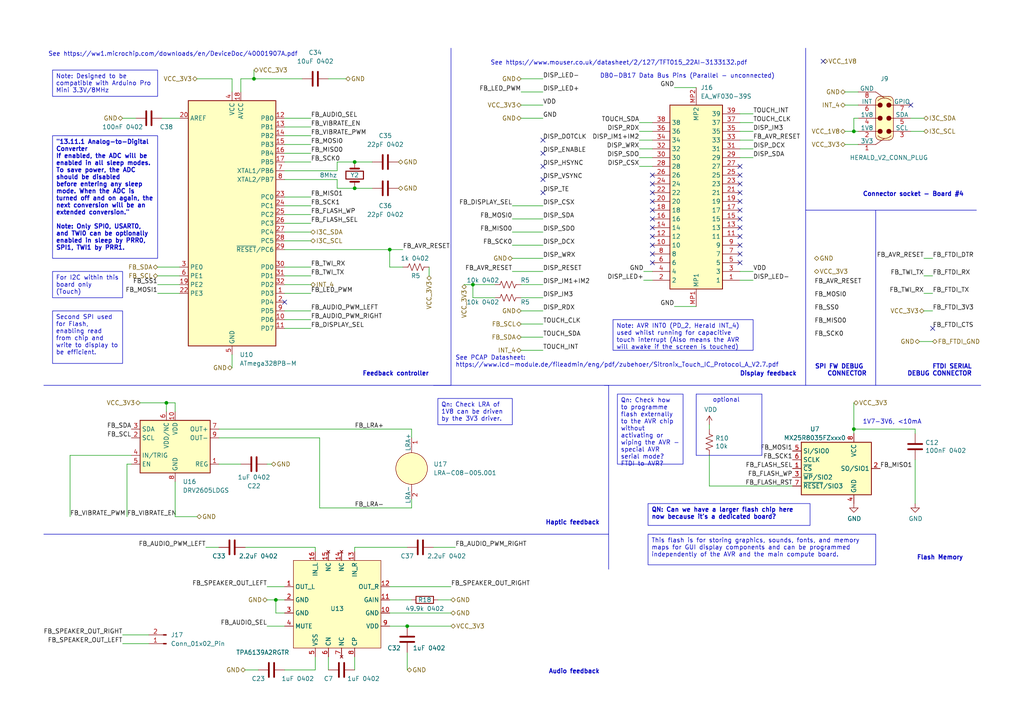
<source format=kicad_sch>
(kicad_sch (version 20230121) (generator eeschema)

  (uuid 3bddbd04-695e-467a-b662-88bab4a4a703)

  (paper "A4")

  (title_block
    (title "Display Board V1")
    (company "The Herald Project")
    (comment 1 "Copyright 2021-2023 All Rights Reserved")
    (comment 2 "Licensed under CERN OHL-P-V2")
  )

  (lib_symbols
    (symbol "Connector:Conn_01x02_Pin" (pin_names (offset 1.016) hide) (in_bom yes) (on_board yes)
      (property "Reference" "J" (at 0 2.54 0)
        (effects (font (size 1.27 1.27)))
      )
      (property "Value" "Conn_01x02_Pin" (at 0 -5.08 0)
        (effects (font (size 1.27 1.27)))
      )
      (property "Footprint" "" (at 0 0 0)
        (effects (font (size 1.27 1.27)) hide)
      )
      (property "Datasheet" "~" (at 0 0 0)
        (effects (font (size 1.27 1.27)) hide)
      )
      (property "ki_locked" "" (at 0 0 0)
        (effects (font (size 1.27 1.27)))
      )
      (property "ki_keywords" "connector" (at 0 0 0)
        (effects (font (size 1.27 1.27)) hide)
      )
      (property "ki_description" "Generic connector, single row, 01x02, script generated" (at 0 0 0)
        (effects (font (size 1.27 1.27)) hide)
      )
      (property "ki_fp_filters" "Connector*:*_1x??_*" (at 0 0 0)
        (effects (font (size 1.27 1.27)) hide)
      )
      (symbol "Conn_01x02_Pin_1_1"
        (polyline
          (pts
            (xy 1.27 -2.54)
            (xy 0.8636 -2.54)
          )
          (stroke (width 0.1524) (type default))
          (fill (type none))
        )
        (polyline
          (pts
            (xy 1.27 0)
            (xy 0.8636 0)
          )
          (stroke (width 0.1524) (type default))
          (fill (type none))
        )
        (rectangle (start 0.8636 -2.413) (end 0 -2.667)
          (stroke (width 0.1524) (type default))
          (fill (type outline))
        )
        (rectangle (start 0.8636 0.127) (end 0 -0.127)
          (stroke (width 0.1524) (type default))
          (fill (type outline))
        )
        (pin passive line (at 5.08 0 180) (length 3.81)
          (name "Pin_1" (effects (font (size 1.27 1.27))))
          (number "1" (effects (font (size 1.27 1.27))))
        )
        (pin passive line (at 5.08 -2.54 180) (length 3.81)
          (name "Pin_2" (effects (font (size 1.27 1.27))))
          (number "2" (effects (font (size 1.27 1.27))))
        )
      )
    )
    (symbol "Device:C" (pin_numbers hide) (pin_names (offset 0.254)) (in_bom yes) (on_board yes)
      (property "Reference" "C" (at 0.635 2.54 0)
        (effects (font (size 1.27 1.27)) (justify left))
      )
      (property "Value" "C" (at 0.635 -2.54 0)
        (effects (font (size 1.27 1.27)) (justify left))
      )
      (property "Footprint" "" (at 0.9652 -3.81 0)
        (effects (font (size 1.27 1.27)) hide)
      )
      (property "Datasheet" "~" (at 0 0 0)
        (effects (font (size 1.27 1.27)) hide)
      )
      (property "ki_keywords" "cap capacitor" (at 0 0 0)
        (effects (font (size 1.27 1.27)) hide)
      )
      (property "ki_description" "Unpolarized capacitor" (at 0 0 0)
        (effects (font (size 1.27 1.27)) hide)
      )
      (property "ki_fp_filters" "C_*" (at 0 0 0)
        (effects (font (size 1.27 1.27)) hide)
      )
      (symbol "C_0_1"
        (polyline
          (pts
            (xy -2.032 -0.762)
            (xy 2.032 -0.762)
          )
          (stroke (width 0.508) (type default))
          (fill (type none))
        )
        (polyline
          (pts
            (xy -2.032 0.762)
            (xy 2.032 0.762)
          )
          (stroke (width 0.508) (type default))
          (fill (type none))
        )
      )
      (symbol "C_1_1"
        (pin passive line (at 0 3.81 270) (length 2.794)
          (name "~" (effects (font (size 1.27 1.27))))
          (number "1" (effects (font (size 1.27 1.27))))
        )
        (pin passive line (at 0 -3.81 90) (length 2.794)
          (name "~" (effects (font (size 1.27 1.27))))
          (number "2" (effects (font (size 1.27 1.27))))
        )
      )
    )
    (symbol "Device:Crystal" (pin_numbers hide) (pin_names (offset 1.016) hide) (in_bom yes) (on_board yes)
      (property "Reference" "Y" (at 0 3.81 0)
        (effects (font (size 1.27 1.27)))
      )
      (property "Value" "Crystal" (at 0 -3.81 0)
        (effects (font (size 1.27 1.27)))
      )
      (property "Footprint" "" (at 0 0 0)
        (effects (font (size 1.27 1.27)) hide)
      )
      (property "Datasheet" "~" (at 0 0 0)
        (effects (font (size 1.27 1.27)) hide)
      )
      (property "ki_keywords" "quartz ceramic resonator oscillator" (at 0 0 0)
        (effects (font (size 1.27 1.27)) hide)
      )
      (property "ki_description" "Two pin crystal" (at 0 0 0)
        (effects (font (size 1.27 1.27)) hide)
      )
      (property "ki_fp_filters" "Crystal*" (at 0 0 0)
        (effects (font (size 1.27 1.27)) hide)
      )
      (symbol "Crystal_0_1"
        (rectangle (start -1.143 2.54) (end 1.143 -2.54)
          (stroke (width 0.3048) (type default))
          (fill (type none))
        )
        (polyline
          (pts
            (xy -2.54 0)
            (xy -1.905 0)
          )
          (stroke (width 0) (type default))
          (fill (type none))
        )
        (polyline
          (pts
            (xy -1.905 -1.27)
            (xy -1.905 1.27)
          )
          (stroke (width 0.508) (type default))
          (fill (type none))
        )
        (polyline
          (pts
            (xy 1.905 -1.27)
            (xy 1.905 1.27)
          )
          (stroke (width 0.508) (type default))
          (fill (type none))
        )
        (polyline
          (pts
            (xy 2.54 0)
            (xy 1.905 0)
          )
          (stroke (width 0) (type default))
          (fill (type none))
        )
      )
      (symbol "Crystal_1_1"
        (pin passive line (at -3.81 0 0) (length 1.27)
          (name "1" (effects (font (size 1.27 1.27))))
          (number "1" (effects (font (size 1.27 1.27))))
        )
        (pin passive line (at 3.81 0 180) (length 1.27)
          (name "2" (effects (font (size 1.27 1.27))))
          (number "2" (effects (font (size 1.27 1.27))))
        )
      )
    )
    (symbol "Device:R" (pin_numbers hide) (pin_names (offset 0)) (in_bom yes) (on_board yes)
      (property "Reference" "R" (at 2.032 0 90)
        (effects (font (size 1.27 1.27)))
      )
      (property "Value" "R" (at 0 0 90)
        (effects (font (size 1.27 1.27)))
      )
      (property "Footprint" "" (at -1.778 0 90)
        (effects (font (size 1.27 1.27)) hide)
      )
      (property "Datasheet" "~" (at 0 0 0)
        (effects (font (size 1.27 1.27)) hide)
      )
      (property "ki_keywords" "R res resistor" (at 0 0 0)
        (effects (font (size 1.27 1.27)) hide)
      )
      (property "ki_description" "Resistor" (at 0 0 0)
        (effects (font (size 1.27 1.27)) hide)
      )
      (property "ki_fp_filters" "R_*" (at 0 0 0)
        (effects (font (size 1.27 1.27)) hide)
      )
      (symbol "R_0_1"
        (rectangle (start -1.016 -2.54) (end 1.016 2.54)
          (stroke (width 0.254) (type default))
          (fill (type none))
        )
      )
      (symbol "R_1_1"
        (pin passive line (at 0 3.81 270) (length 1.27)
          (name "~" (effects (font (size 1.27 1.27))))
          (number "1" (effects (font (size 1.27 1.27))))
        )
        (pin passive line (at 0 -3.81 90) (length 1.27)
          (name "~" (effects (font (size 1.27 1.27))))
          (number "2" (effects (font (size 1.27 1.27))))
        )
      )
    )
    (symbol "Device:R_US" (pin_numbers hide) (pin_names (offset 0)) (in_bom yes) (on_board yes)
      (property "Reference" "R" (at 2.54 0 90)
        (effects (font (size 1.27 1.27)))
      )
      (property "Value" "R_US" (at -2.54 0 90)
        (effects (font (size 1.27 1.27)))
      )
      (property "Footprint" "" (at 1.016 -0.254 90)
        (effects (font (size 1.27 1.27)) hide)
      )
      (property "Datasheet" "~" (at 0 0 0)
        (effects (font (size 1.27 1.27)) hide)
      )
      (property "ki_keywords" "R res resistor" (at 0 0 0)
        (effects (font (size 1.27 1.27)) hide)
      )
      (property "ki_description" "Resistor, US symbol" (at 0 0 0)
        (effects (font (size 1.27 1.27)) hide)
      )
      (property "ki_fp_filters" "R_*" (at 0 0 0)
        (effects (font (size 1.27 1.27)) hide)
      )
      (symbol "R_US_0_1"
        (polyline
          (pts
            (xy 0 -2.286)
            (xy 0 -2.54)
          )
          (stroke (width 0) (type default))
          (fill (type none))
        )
        (polyline
          (pts
            (xy 0 2.286)
            (xy 0 2.54)
          )
          (stroke (width 0) (type default))
          (fill (type none))
        )
        (polyline
          (pts
            (xy 0 -0.762)
            (xy 1.016 -1.143)
            (xy 0 -1.524)
            (xy -1.016 -1.905)
            (xy 0 -2.286)
          )
          (stroke (width 0) (type default))
          (fill (type none))
        )
        (polyline
          (pts
            (xy 0 0.762)
            (xy 1.016 0.381)
            (xy 0 0)
            (xy -1.016 -0.381)
            (xy 0 -0.762)
          )
          (stroke (width 0) (type default))
          (fill (type none))
        )
        (polyline
          (pts
            (xy 0 2.286)
            (xy 1.016 1.905)
            (xy 0 1.524)
            (xy -1.016 1.143)
            (xy 0 0.762)
          )
          (stroke (width 0) (type default))
          (fill (type none))
        )
      )
      (symbol "R_US_1_1"
        (pin passive line (at 0 3.81 270) (length 1.27)
          (name "~" (effects (font (size 1.27 1.27))))
          (number "1" (effects (font (size 1.27 1.27))))
        )
        (pin passive line (at 0 -3.81 90) (length 1.27)
          (name "~" (effects (font (size 1.27 1.27))))
          (number "2" (effects (font (size 1.27 1.27))))
        )
      )
    )
    (symbol "Driver_Haptic:DRV2605LDGS" (in_bom yes) (on_board yes)
      (property "Reference" "U" (at -10.16 8.255 0)
        (effects (font (size 1.27 1.27)) (justify left bottom))
      )
      (property "Value" "DRV2605LDGS" (at 2.54 -8.89 0)
        (effects (font (size 1.27 1.27)) (justify left top))
      )
      (property "Footprint" "Package_SO:VSSOP-10_3x3mm_P0.5mm" (at 0 0 0)
        (effects (font (size 1.27 1.27) italic) hide)
      )
      (property "Datasheet" "http://www.ti.com/lit/ds/symlink/drv2605l.pdf" (at 0 0 0)
        (effects (font (size 1.27 1.27)) hide)
      )
      (property "ki_keywords" "haptic driver i2c" (at 0 0 0)
        (effects (font (size 1.27 1.27)) hide)
      )
      (property "ki_description" "Haptic driver for LRAs and ERMs with effect library, 2-5.2V, VSSOP-10" (at 0 0 0)
        (effects (font (size 1.27 1.27)) hide)
      )
      (property "ki_fp_filters" "VSSOP*3x3mm*P0.5mm*" (at 0 0 0)
        (effects (font (size 1.27 1.27)) hide)
      )
      (symbol "DRV2605LDGS_0_1"
        (rectangle (start -10.16 7.62) (end 10.16 -7.62)
          (stroke (width 0.254) (type default))
          (fill (type background))
        )
      )
      (symbol "DRV2605LDGS_1_1"
        (pin passive line (at 12.7 -5.08 180) (length 2.54)
          (name "REG" (effects (font (size 1.27 1.27))))
          (number "1" (effects (font (size 1.27 1.27))))
        )
        (pin power_in line (at 0 10.16 270) (length 2.54)
          (name "VDD" (effects (font (size 1.27 1.27))))
          (number "10" (effects (font (size 1.27 1.27))))
        )
        (pin input line (at -12.7 2.54 0) (length 2.54)
          (name "SCL" (effects (font (size 1.27 1.27))))
          (number "2" (effects (font (size 1.27 1.27))))
        )
        (pin bidirectional line (at -12.7 5.08 0) (length 2.54)
          (name "SDA" (effects (font (size 1.27 1.27))))
          (number "3" (effects (font (size 1.27 1.27))))
        )
        (pin input line (at -12.7 -2.54 0) (length 2.54)
          (name "IN/TRIG" (effects (font (size 1.27 1.27))))
          (number "4" (effects (font (size 1.27 1.27))))
        )
        (pin input line (at -12.7 -5.08 0) (length 2.54)
          (name "EN" (effects (font (size 1.27 1.27))))
          (number "5" (effects (font (size 1.27 1.27))))
        )
        (pin power_in line (at -2.54 10.16 270) (length 2.54)
          (name "VDD/NC" (effects (font (size 1.27 1.27))))
          (number "6" (effects (font (size 1.27 1.27))))
        )
        (pin output line (at 12.7 5.08 180) (length 2.54)
          (name "OUT+" (effects (font (size 1.27 1.27))))
          (number "7" (effects (font (size 1.27 1.27))))
        )
        (pin power_in line (at 0 -10.16 90) (length 2.54)
          (name "GND" (effects (font (size 1.27 1.27))))
          (number "8" (effects (font (size 1.27 1.27))))
        )
        (pin output line (at 12.7 2.54 180) (length 2.54)
          (name "OUT-" (effects (font (size 1.27 1.27))))
          (number "9" (effects (font (size 1.27 1.27))))
        )
      )
    )
    (symbol "Herald_Extras:EA_WF030-39S" (in_bom yes) (on_board yes)
      (property "Reference" "J" (at 59.69 12.7 0)
        (effects (font (size 1.27 1.27)) (justify left top))
      )
      (property "Value" "EA_WF030-39S" (at 59.69 10.16 0)
        (effects (font (size 1.27 1.27)) (justify left top))
      )
      (property "Footprint" "Herald:EAWF03039S" (at 59.69 -89.84 0)
        (effects (font (size 1.27 1.27)) (justify left top) hide)
      )
      (property "Datasheet" "https://www.mouser.de/datasheet/2/127/WF030_39S-2887074.pdf" (at 59.69 -189.84 0)
        (effects (font (size 1.27 1.27)) (justify left top) hide)
      )
      (property "Height" "1.1" (at 59.69 -389.84 0)
        (effects (font (size 1.27 1.27)) (justify left top) hide)
      )
      (property "Mouser Part Number" "790-EAWF03039S" (at 59.69 -489.84 0)
        (effects (font (size 1.27 1.27)) (justify left top) hide)
      )
      (property "Mouser Price/Stock" "https://www.mouser.co.uk/ProductDetail/ELECTRONIC-ASSEMBLY/EA-WF030-39S?qs=T3oQrply3y9IZbdVkYmIcQ%3D%3D" (at 59.69 -589.84 0)
        (effects (font (size 1.27 1.27)) (justify left top) hide)
      )
      (property "Manufacturer_Name" "Display Visions" (at 59.69 -689.84 0)
        (effects (font (size 1.27 1.27)) (justify left top) hide)
      )
      (property "Manufacturer_Part_Number" "EA WF030-39S" (at 59.69 -789.84 0)
        (effects (font (size 1.27 1.27)) (justify left top) hide)
      )
      (property "ki_description" "TFT Displays & Accessories ZIF CONNECTOR .3MM BOTTOM CONTACT" (at 0 0 0)
        (effects (font (size 1.27 1.27)) hide)
      )
      (symbol "EA_WF030-39S_1_1"
        (rectangle (start 5.08 7.62) (end 58.42 -7.62)
          (stroke (width 0.254) (type default))
          (fill (type background))
        )
        (pin passive line (at 7.62 -12.7 90) (length 5.08)
          (name "1" (effects (font (size 1.27 1.27))))
          (number "1" (effects (font (size 1.27 1.27))))
        )
        (pin passive line (at 17.78 12.7 270) (length 5.08)
          (name "10" (effects (font (size 1.27 1.27))))
          (number "10" (effects (font (size 1.27 1.27))))
        )
        (pin passive line (at 20.32 -12.7 90) (length 5.08)
          (name "11" (effects (font (size 1.27 1.27))))
          (number "11" (effects (font (size 1.27 1.27))))
        )
        (pin passive line (at 20.32 12.7 270) (length 5.08)
          (name "12" (effects (font (size 1.27 1.27))))
          (number "12" (effects (font (size 1.27 1.27))))
        )
        (pin passive line (at 22.86 -12.7 90) (length 5.08)
          (name "13" (effects (font (size 1.27 1.27))))
          (number "13" (effects (font (size 1.27 1.27))))
        )
        (pin passive line (at 22.86 12.7 270) (length 5.08)
          (name "14" (effects (font (size 1.27 1.27))))
          (number "14" (effects (font (size 1.27 1.27))))
        )
        (pin passive line (at 25.4 -12.7 90) (length 5.08)
          (name "15" (effects (font (size 1.27 1.27))))
          (number "15" (effects (font (size 1.27 1.27))))
        )
        (pin passive line (at 25.4 12.7 270) (length 5.08)
          (name "16" (effects (font (size 1.27 1.27))))
          (number "16" (effects (font (size 1.27 1.27))))
        )
        (pin passive line (at 27.94 -12.7 90) (length 5.08)
          (name "17" (effects (font (size 1.27 1.27))))
          (number "17" (effects (font (size 1.27 1.27))))
        )
        (pin passive line (at 27.94 12.7 270) (length 5.08)
          (name "18" (effects (font (size 1.27 1.27))))
          (number "18" (effects (font (size 1.27 1.27))))
        )
        (pin passive line (at 30.48 -12.7 90) (length 5.08)
          (name "19" (effects (font (size 1.27 1.27))))
          (number "19" (effects (font (size 1.27 1.27))))
        )
        (pin passive line (at 7.62 12.7 270) (length 5.08)
          (name "2" (effects (font (size 1.27 1.27))))
          (number "2" (effects (font (size 1.27 1.27))))
        )
        (pin passive line (at 30.48 12.7 270) (length 5.08)
          (name "20" (effects (font (size 1.27 1.27))))
          (number "20" (effects (font (size 1.27 1.27))))
        )
        (pin passive line (at 33.02 -12.7 90) (length 5.08)
          (name "21" (effects (font (size 1.27 1.27))))
          (number "21" (effects (font (size 1.27 1.27))))
        )
        (pin passive line (at 33.02 12.7 270) (length 5.08)
          (name "22" (effects (font (size 1.27 1.27))))
          (number "22" (effects (font (size 1.27 1.27))))
        )
        (pin passive line (at 35.56 -12.7 90) (length 5.08)
          (name "23" (effects (font (size 1.27 1.27))))
          (number "23" (effects (font (size 1.27 1.27))))
        )
        (pin passive line (at 35.56 12.7 270) (length 5.08)
          (name "24" (effects (font (size 1.27 1.27))))
          (number "24" (effects (font (size 1.27 1.27))))
        )
        (pin passive line (at 38.1 -12.7 90) (length 5.08)
          (name "25" (effects (font (size 1.27 1.27))))
          (number "25" (effects (font (size 1.27 1.27))))
        )
        (pin passive line (at 38.1 12.7 270) (length 5.08)
          (name "26" (effects (font (size 1.27 1.27))))
          (number "26" (effects (font (size 1.27 1.27))))
        )
        (pin passive line (at 40.64 -12.7 90) (length 5.08)
          (name "27" (effects (font (size 1.27 1.27))))
          (number "27" (effects (font (size 1.27 1.27))))
        )
        (pin passive line (at 40.64 12.7 270) (length 5.08)
          (name "28" (effects (font (size 1.27 1.27))))
          (number "28" (effects (font (size 1.27 1.27))))
        )
        (pin passive line (at 43.18 -12.7 90) (length 5.08)
          (name "29" (effects (font (size 1.27 1.27))))
          (number "29" (effects (font (size 1.27 1.27))))
        )
        (pin passive line (at 10.16 -12.7 90) (length 5.08)
          (name "3" (effects (font (size 1.27 1.27))))
          (number "3" (effects (font (size 1.27 1.27))))
        )
        (pin passive line (at 43.18 12.7 270) (length 5.08)
          (name "30" (effects (font (size 1.27 1.27))))
          (number "30" (effects (font (size 1.27 1.27))))
        )
        (pin passive line (at 45.72 -12.7 90) (length 5.08)
          (name "31" (effects (font (size 1.27 1.27))))
          (number "31" (effects (font (size 1.27 1.27))))
        )
        (pin passive line (at 45.72 12.7 270) (length 5.08)
          (name "32" (effects (font (size 1.27 1.27))))
          (number "32" (effects (font (size 1.27 1.27))))
        )
        (pin passive line (at 48.26 -12.7 90) (length 5.08)
          (name "33" (effects (font (size 1.27 1.27))))
          (number "33" (effects (font (size 1.27 1.27))))
        )
        (pin passive line (at 48.26 12.7 270) (length 5.08)
          (name "34" (effects (font (size 1.27 1.27))))
          (number "34" (effects (font (size 1.27 1.27))))
        )
        (pin passive line (at 50.8 -12.7 90) (length 5.08)
          (name "35" (effects (font (size 1.27 1.27))))
          (number "35" (effects (font (size 1.27 1.27))))
        )
        (pin passive line (at 50.8 12.7 270) (length 5.08)
          (name "36" (effects (font (size 1.27 1.27))))
          (number "36" (effects (font (size 1.27 1.27))))
        )
        (pin passive line (at 53.34 -12.7 90) (length 5.08)
          (name "37" (effects (font (size 1.27 1.27))))
          (number "37" (effects (font (size 1.27 1.27))))
        )
        (pin passive line (at 53.34 12.7 270) (length 5.08)
          (name "38" (effects (font (size 1.27 1.27))))
          (number "38" (effects (font (size 1.27 1.27))))
        )
        (pin passive line (at 55.88 -12.7 90) (length 5.08)
          (name "39" (effects (font (size 1.27 1.27))))
          (number "39" (effects (font (size 1.27 1.27))))
        )
        (pin passive line (at 10.16 12.7 270) (length 5.08)
          (name "4" (effects (font (size 1.27 1.27))))
          (number "4" (effects (font (size 1.27 1.27))))
        )
        (pin passive line (at 12.7 -12.7 90) (length 5.08)
          (name "5" (effects (font (size 1.27 1.27))))
          (number "5" (effects (font (size 1.27 1.27))))
        )
        (pin passive line (at 12.7 12.7 270) (length 5.08)
          (name "6" (effects (font (size 1.27 1.27))))
          (number "6" (effects (font (size 1.27 1.27))))
        )
        (pin passive line (at 15.24 -12.7 90) (length 5.08)
          (name "7" (effects (font (size 1.27 1.27))))
          (number "7" (effects (font (size 1.27 1.27))))
        )
        (pin passive line (at 15.24 12.7 270) (length 5.08)
          (name "8" (effects (font (size 1.27 1.27))))
          (number "8" (effects (font (size 1.27 1.27))))
        )
        (pin passive line (at 17.78 -12.7 90) (length 5.08)
          (name "9" (effects (font (size 1.27 1.27))))
          (number "9" (effects (font (size 1.27 1.27))))
        )
        (pin passive line (at 0 0 0) (length 5.08)
          (name "MP1" (effects (font (size 1.27 1.27))))
          (number "MP1" (effects (font (size 1.27 1.27))))
        )
        (pin passive line (at 63.5 0 180) (length 5.08)
          (name "MP2" (effects (font (size 1.27 1.27))))
          (number "MP2" (effects (font (size 1.27 1.27))))
        )
      )
    )
    (symbol "Herald_Extras:HERALD_V2_CONN_PLUG" (pin_names (offset 0)) (in_bom yes) (on_board yes)
      (property "Reference" "J" (at 0 11.43 0)
        (effects (font (size 1.27 1.27)))
      )
      (property "Value" "HERALD_V2_CONN_PLUG" (at 0 -11.43 0)
        (effects (font (size 1.27 1.27)))
      )
      (property "Footprint" "" (at 0 3.81 0)
        (effects (font (size 1.27 1.27)) hide)
      )
      (property "Datasheet" "https://ele.kyocera.com/assets/products/connector/specification/201035861003.pdf" (at 1.27 -15.24 0)
        (effects (font (size 1.27 1.27)) hide)
      )
      (property "ki_keywords" "kyocera, 245861006004829+, 5861, herald, plug" (at 0 0 0)
        (effects (font (size 1.27 1.27)) hide)
      )
      (property "ki_description" "Herald extension boards plug connector. Kyocera 245861006004829+" (at 0 0 0)
        (effects (font (size 1.27 1.27)) hide)
      )
      (symbol "HERALD_V2_CONN_PLUG_0_1"
        (polyline
          (pts
            (xy -2.54 -7.62)
            (xy 0 -5.842)
          )
          (stroke (width 0) (type default))
          (fill (type none))
        )
        (polyline
          (pts
            (xy -2.54 -3.81)
            (xy -1.905 -3.81)
          )
          (stroke (width 0) (type default))
          (fill (type none))
        )
        (polyline
          (pts
            (xy -2.54 0)
            (xy -1.905 0)
          )
          (stroke (width 0) (type default))
          (fill (type none))
        )
        (polyline
          (pts
            (xy -2.54 3.81)
            (xy -1.905 3.81)
          )
          (stroke (width 0) (type default))
          (fill (type none))
        )
        (polyline
          (pts
            (xy -2.54 7.62)
            (xy 0 5.842)
          )
          (stroke (width 0) (type default))
          (fill (type none))
        )
        (polyline
          (pts
            (xy 2.54 -3.81)
            (xy 1.905 -3.81)
          )
          (stroke (width 0) (type default))
          (fill (type none))
        )
        (polyline
          (pts
            (xy 2.54 0)
            (xy 1.905 0)
          )
          (stroke (width 0) (type default))
          (fill (type none))
        )
        (polyline
          (pts
            (xy 2.54 3.81)
            (xy 1.905 3.81)
          )
          (stroke (width 0) (type default))
          (fill (type none))
        )
      )
      (symbol "HERALD_V2_CONN_PLUG_1_1"
        (arc (start -2.54 -5.08) (mid -2.168 -5.978) (end -1.27 -6.35)
          (stroke (width 0) (type default))
          (fill (type background))
        )
        (rectangle (start -2.54 5.08) (end 2.54 -5.08)
          (stroke (width -0.0001) (type default))
          (fill (type background))
        )
        (arc (start -1.905 -5.08) (mid 0 -5.8677) (end 1.905 -5.08)
          (stroke (width 0) (type default))
          (fill (type none))
        )
        (rectangle (start -1.27 -5.08) (end 1.27 -6.35)
          (stroke (width -0.0001) (type default))
          (fill (type background))
        )
        (circle (center -1.27 -3.81) (radius 0.635)
          (stroke (width 0) (type default))
          (fill (type outline))
        )
        (circle (center -1.27 0) (radius 0.635)
          (stroke (width 0) (type default))
          (fill (type outline))
        )
        (circle (center -1.27 3.81) (radius 0.635)
          (stroke (width 0) (type default))
          (fill (type outline))
        )
        (arc (start -1.27 6.35) (mid -2.168 5.978) (end -2.54 5.08)
          (stroke (width 0) (type default))
          (fill (type background))
        )
        (rectangle (start -1.27 6.35) (end 1.27 5.08)
          (stroke (width -0.0001) (type default))
          (fill (type background))
        )
        (polyline
          (pts
            (xy -2.54 5.08)
            (xy -2.54 -5.08)
          )
          (stroke (width 0) (type default))
          (fill (type none))
        )
        (polyline
          (pts
            (xy -1.27 -6.35)
            (xy 1.27 -6.35)
          )
          (stroke (width 0) (type default))
          (fill (type none))
        )
        (polyline
          (pts
            (xy -1.27 6.35)
            (xy 1.27 6.35)
          )
          (stroke (width 0) (type default))
          (fill (type none))
        )
        (polyline
          (pts
            (xy 2.54 -5.08)
            (xy 2.54 5.08)
          )
          (stroke (width 0) (type default))
          (fill (type none))
        )
        (arc (start 1.27 -6.35) (mid 2.168 -5.978) (end 2.54 -5.08)
          (stroke (width 0) (type default))
          (fill (type background))
        )
        (circle (center 1.27 -3.81) (radius 0.635)
          (stroke (width 0) (type default))
          (fill (type outline))
        )
        (circle (center 1.27 0) (radius 0.635)
          (stroke (width 0) (type default))
          (fill (type outline))
        )
        (circle (center 1.27 3.81) (radius 0.635)
          (stroke (width 0) (type default))
          (fill (type outline))
        )
        (arc (start 1.905 5.0841) (mid 0 5.872) (end -1.905 5.0841)
          (stroke (width 0) (type default))
          (fill (type none))
        )
        (arc (start 2.54 5.08) (mid 2.168 5.978) (end 1.27 6.35)
          (stroke (width 0) (type default))
          (fill (type background))
        )
        (text private "Note: Signal (and 1V8 pins) are each max 0.5A, 3V3 and GND are both max 5A" (at 1.27 -22.86 0)
          (effects (font (face "KiCad Font") (size 1.27 1.27)))
        )
        (text private "Note: You MUST join both 1V8 pins together immediately to allow greater current." (at 1.27 -19.05 0)
          (effects (font (face "KiCad Font") (size 1.27 1.27)))
        )
        (pin passive line (at -7.62 -7.62 0) (length 5.08)
          (name "3V3" (effects (font (size 1.27 1.27))))
          (number "1" (effects (font (size 1.27 1.27))))
        )
        (pin passive line (at -7.62 -3.81 0) (length 5.08)
          (name "1V8" (effects (font (size 1.27 1.27))))
          (number "2" (effects (font (size 1.27 1.27))))
        )
        (pin passive line (at 7.62 -3.81 180) (length 5.08)
          (name "SCL" (effects (font (size 1.27 1.27))))
          (number "3" (effects (font (size 1.27 1.27))))
        )
        (pin passive line (at -7.62 0 0) (length 5.08)
          (name "1V8" (effects (font (size 1.27 1.27))))
          (number "4" (effects (font (size 1.27 1.27))))
        )
        (pin bidirectional line (at 7.62 0 180) (length 5.08)
          (name "SDA" (effects (font (size 1.27 1.27))))
          (number "5" (effects (font (size 1.27 1.27))))
        )
        (pin bidirectional line (at -7.62 3.81 0) (length 5.08)
          (name "INT" (effects (font (size 1.27 1.27))))
          (number "6" (effects (font (size 1.27 1.27))))
        )
        (pin bidirectional line (at 7.62 3.81 180) (length 5.08)
          (name "GPIO" (effects (font (size 1.27 1.27))))
          (number "7" (effects (font (size 1.27 1.27))))
        )
        (pin passive line (at -7.62 7.62 0) (length 5.08)
          (name "GND" (effects (font (size 1.27 1.27))))
          (number "8" (effects (font (size 1.27 1.27))))
        )
      )
    )
    (symbol "Herald_Extras:LRA-C08-005.001" (pin_names (offset 0)) (in_bom yes) (on_board yes)
      (property "Reference" "U" (at 0 0 0)
        (effects (font (size 1.27 1.27)))
      )
      (property "Value" "LRA-C08-005.001" (at 11.43 -5.08 0)
        (effects (font (size 1.27 1.27)))
      )
      (property "Footprint" "" (at 0 0 0)
        (effects (font (size 1.27 1.27)) hide)
      )
      (property "Datasheet" "https://catalogue.precisionmicrodrives.com/product/datasheet/c08-005-001-8mm-linear-resonant-actuator-3mm-type-datasheet.pdf" (at 0 -13.97 0)
        (effects (font (size 1.27 1.27)) hide)
      )
      (property "ki_keywords" "LRA,haptic,precision,herald" (at 0 0 0)
        (effects (font (size 1.27 1.27)) hide)
      )
      (property "ki_description" "Linear Resonant Actuator from Precision Microdrives. 8mm diameter." (at 0 0 0)
        (effects (font (size 1.27 1.27)) hide)
      )
      (symbol "LRA-C08-005.001_0_1"
        (polyline
          (pts
            (xy 0 -6.35)
            (xy 0 -4.572)
          )
          (stroke (width 0) (type default))
          (fill (type none))
        )
        (polyline
          (pts
            (xy 0 6.35)
            (xy 0 4.572)
          )
          (stroke (width 0) (type default))
          (fill (type none))
        )
      )
      (symbol "LRA-C08-005.001_1_1"
        (circle (center 0 0) (radius 4.5791)
          (stroke (width 0) (type default))
          (fill (type background))
        )
        (pin bidirectional line (at 0 8.89 270) (length 2.54)
          (name "LRA+" (effects (font (size 1.27 1.27))))
          (number "1" (effects (font (size 1.27 1.27))))
        )
        (pin bidirectional line (at 0 -8.89 90) (length 2.54)
          (name "LRA-" (effects (font (size 1.27 1.27))))
          (number "2" (effects (font (size 1.27 1.27))))
        )
      )
    )
    (symbol "Herald_Extras:MX25R8035FZxxx0" (in_bom yes) (on_board yes)
      (property "Reference" "U" (at -6.35 11.43 0)
        (effects (font (size 1.27 1.27)))
      )
      (property "Value" "MX25R8035FZxxx0" (at -6.35 8.89 0)
        (effects (font (size 1.27 1.27)))
      )
      (property "Footprint" "" (at 0 -15.24 0)
        (effects (font (size 1.27 1.27)) hide)
      )
      (property "Datasheet" "https://www.macronix.com/Lists/Datasheet/Attachments/7934/MX25R8035F,%20Wide%20Range,%208Mb,%20v1.6.pdf" (at 0 0 0)
        (effects (font (size 1.27 1.27)) hide)
      )
      (property "ki_keywords" "flash 1.65V-3.6V" (at 0 0 0)
        (effects (font (size 1.27 1.27)) hide)
      )
      (property "ki_description" "8-Mbit, Ultra-low Power, Wide Range VCC, Serial Flash Memory, Reset Pin, USON-8/WSON-8" (at 0 0 0)
        (effects (font (size 1.27 1.27)) hide)
      )
      (property "ki_fp_filters" "WSON-8*1EP*6x5mm*P1.27mm* USON-8*2x3mm*P0.5mm*" (at 0 0 0)
        (effects (font (size 1.27 1.27)) hide)
      )
      (symbol "MX25R8035FZxxx0_1_1"
        (rectangle (start -10.16 7.62) (end 10.16 -7.62)
          (stroke (width 0.254) (type solid))
          (fill (type background))
        )
        (pin input line (at -12.7 0 0) (length 2.54)
          (name "~{CS}" (effects (font (size 1.27 1.27))))
          (number "1" (effects (font (size 1.27 1.27))))
        )
        (pin bidirectional line (at 12.7 0 180) (length 2.54)
          (name "SO/SIO1" (effects (font (size 1.27 1.27))))
          (number "2" (effects (font (size 1.27 1.27))))
        )
        (pin bidirectional line (at -12.7 -2.54 0) (length 2.54)
          (name "~{WP}/SIO2" (effects (font (size 1.27 1.27))))
          (number "3" (effects (font (size 1.27 1.27))))
        )
        (pin power_in line (at 5.08 -10.16 90) (length 2.54)
          (name "GND" (effects (font (size 1.27 1.27))))
          (number "4" (effects (font (size 1.27 1.27))))
        )
        (pin bidirectional line (at -12.7 5.08 0) (length 2.54)
          (name "SI/SIO0" (effects (font (size 1.27 1.27))))
          (number "5" (effects (font (size 1.27 1.27))))
        )
        (pin input line (at -12.7 2.54 0) (length 2.54)
          (name "SCLK" (effects (font (size 1.27 1.27))))
          (number "6" (effects (font (size 1.27 1.27))))
        )
        (pin bidirectional line (at -12.7 -5.08 0) (length 2.54)
          (name "~{RESET}/SIO3" (effects (font (size 1.27 1.27))))
          (number "7" (effects (font (size 1.27 1.27))))
        )
        (pin power_in line (at 5.08 10.16 270) (length 2.54)
          (name "VCC" (effects (font (size 1.27 1.27))))
          (number "8" (effects (font (size 1.27 1.27))))
        )
        (pin passive line (at 5.08 -10.16 90) (length 2.54) hide
          (name "GND" (effects (font (size 1.27 1.27))))
          (number "EP" (effects (font (size 1.27 1.27))))
        )
      )
    )
    (symbol "Herald_Extras:TPA6139A2" (in_bom yes) (on_board yes)
      (property "Reference" "U" (at -12.7 13.97 0)
        (effects (font (size 1.27 1.27)))
      )
      (property "Value" "TPA6139A2RGTR" (at 15.24 -13.97 0)
        (effects (font (size 1.27 1.27)))
      )
      (property "Footprint" "Package_DFN_QFN:TQFN-16-1EP_3x3mm_P0.5mm_EP1.6x1.6mm" (at 0 -27.94 0)
        (effects (font (size 1.27 1.27)) hide)
      )
      (property "Datasheet" "https://www.ti.com/lit/ds/symlink/tpa6139a2.pdf" (at 1.27 -30.48 0)
        (effects (font (size 1.27 1.27)) hide)
      )
      (property "ki_keywords" "amp,amplifier,stereo" (at 0 0 0)
        (effects (font (size 1.27 1.27)) hide)
      )
      (property "ki_description" "VQFN Footprint TPA6139A2RGTR" (at 0 0 0)
        (effects (font (size 1.27 1.27)) hide)
      )
      (symbol "TPA6139A2_1_1"
        (rectangle (start -12.7 12.7) (end 12.7 -12.7)
          (stroke (width 0) (type default))
          (fill (type background))
        )
        (pin output line (at -15.24 5.08 0) (length 2.54)
          (name "OUT_L" (effects (font (size 1.27 1.27))))
          (number "1" (effects (font (size 1.27 1.27))))
        )
        (pin passive line (at 15.24 -2.54 180) (length 2.54)
          (name "GND" (effects (font (size 1.27 1.27))))
          (number "10" (effects (font (size 1.27 1.27))))
        )
        (pin passive line (at 15.24 1.27 180) (length 2.54)
          (name "GAIN" (effects (font (size 1.27 1.27))))
          (number "11" (effects (font (size 1.27 1.27))))
        )
        (pin output line (at 15.24 5.08 180) (length 2.54)
          (name "OUT_R" (effects (font (size 1.27 1.27))))
          (number "12" (effects (font (size 1.27 1.27))))
        )
        (pin input line (at 5.08 15.24 270) (length 2.54)
          (name "IN_R" (effects (font (size 1.27 1.27))))
          (number "13" (effects (font (size 1.27 1.27))))
        )
        (pin no_connect line (at 1.27 15.24 270) (length 2.54)
          (name "NC" (effects (font (size 1.27 1.27))))
          (number "14" (effects (font (size 1.27 1.27))))
        )
        (pin no_connect line (at -2.54 15.24 270) (length 2.54)
          (name "NC" (effects (font (size 1.27 1.27))))
          (number "15" (effects (font (size 1.27 1.27))))
        )
        (pin input line (at -6.35 15.24 270) (length 2.54)
          (name "IN_L" (effects (font (size 1.27 1.27))))
          (number "16" (effects (font (size 1.27 1.27))))
        )
        (pin passive line (at -15.24 1.27 0) (length 2.54)
          (name "GND" (effects (font (size 1.27 1.27))))
          (number "2" (effects (font (size 1.27 1.27))))
        )
        (pin passive line (at -15.24 -2.54 0) (length 2.54)
          (name "GND" (effects (font (size 1.27 1.27))))
          (number "3" (effects (font (size 1.27 1.27))))
        )
        (pin passive line (at -15.24 -6.35 0) (length 2.54)
          (name "MUTE" (effects (font (size 1.27 1.27))))
          (number "4" (effects (font (size 1.27 1.27))))
        )
        (pin passive line (at -6.35 -15.24 90) (length 2.54)
          (name "VSS" (effects (font (size 1.27 1.27))))
          (number "5" (effects (font (size 1.27 1.27))))
        )
        (pin bidirectional line (at -2.54 -15.24 90) (length 2.54)
          (name "CN" (effects (font (size 1.27 1.27))))
          (number "6" (effects (font (size 1.27 1.27))))
        )
        (pin no_connect line (at 1.27 -15.24 90) (length 2.54)
          (name "NC" (effects (font (size 1.27 1.27))))
          (number "7" (effects (font (size 1.27 1.27))))
        )
        (pin bidirectional line (at 5.08 -15.24 90) (length 2.54)
          (name "CP" (effects (font (size 1.27 1.27))))
          (number "8" (effects (font (size 1.27 1.27))))
        )
        (pin power_in line (at 15.24 -6.35 180) (length 2.54)
          (name "VDD" (effects (font (size 1.27 1.27))))
          (number "9" (effects (font (size 1.27 1.27))))
        )
      )
    )
    (symbol "MCU_Microchip_ATmega:ATmega328PB-M" (in_bom yes) (on_board yes)
      (property "Reference" "U" (at -12.7 36.83 0)
        (effects (font (size 1.27 1.27)) (justify left bottom))
      )
      (property "Value" "ATmega328PB-M" (at 2.54 -36.83 0)
        (effects (font (size 1.27 1.27)) (justify left top))
      )
      (property "Footprint" "Package_DFN_QFN:QFN-32-1EP_5x5mm_P0.5mm_EP3.1x3.1mm" (at 0 0 0)
        (effects (font (size 1.27 1.27) italic) hide)
      )
      (property "Datasheet" "http://ww1.microchip.com/downloads/en/DeviceDoc/40001906C.pdf" (at 0 0 0)
        (effects (font (size 1.27 1.27)) hide)
      )
      (property "ki_keywords" "AVR 8bit Microcontroller MegaAVR" (at 0 0 0)
        (effects (font (size 1.27 1.27)) hide)
      )
      (property "ki_description" "20MHz, 32kB Flash, 2kB SRAM, 1kB EEPROM, QFN-32" (at 0 0 0)
        (effects (font (size 1.27 1.27)) hide)
      )
      (property "ki_fp_filters" "QFN*1EP*5x5mm*P0.5mm*" (at 0 0 0)
        (effects (font (size 1.27 1.27)) hide)
      )
      (symbol "ATmega328PB-M_0_1"
        (rectangle (start -12.7 -35.56) (end 12.7 35.56)
          (stroke (width 0.254) (type default))
          (fill (type background))
        )
      )
      (symbol "ATmega328PB-M_1_1"
        (pin bidirectional line (at 15.24 -20.32 180) (length 2.54)
          (name "PD3" (effects (font (size 1.27 1.27))))
          (number "1" (effects (font (size 1.27 1.27))))
        )
        (pin bidirectional line (at 15.24 -27.94 180) (length 2.54)
          (name "PD6" (effects (font (size 1.27 1.27))))
          (number "10" (effects (font (size 1.27 1.27))))
        )
        (pin bidirectional line (at 15.24 -30.48 180) (length 2.54)
          (name "PD7" (effects (font (size 1.27 1.27))))
          (number "11" (effects (font (size 1.27 1.27))))
        )
        (pin bidirectional line (at 15.24 30.48 180) (length 2.54)
          (name "PB0" (effects (font (size 1.27 1.27))))
          (number "12" (effects (font (size 1.27 1.27))))
        )
        (pin bidirectional line (at 15.24 27.94 180) (length 2.54)
          (name "PB1" (effects (font (size 1.27 1.27))))
          (number "13" (effects (font (size 1.27 1.27))))
        )
        (pin bidirectional line (at 15.24 25.4 180) (length 2.54)
          (name "PB2" (effects (font (size 1.27 1.27))))
          (number "14" (effects (font (size 1.27 1.27))))
        )
        (pin bidirectional line (at 15.24 22.86 180) (length 2.54)
          (name "PB3" (effects (font (size 1.27 1.27))))
          (number "15" (effects (font (size 1.27 1.27))))
        )
        (pin bidirectional line (at 15.24 20.32 180) (length 2.54)
          (name "PB4" (effects (font (size 1.27 1.27))))
          (number "16" (effects (font (size 1.27 1.27))))
        )
        (pin bidirectional line (at 15.24 17.78 180) (length 2.54)
          (name "PB5" (effects (font (size 1.27 1.27))))
          (number "17" (effects (font (size 1.27 1.27))))
        )
        (pin power_in line (at 2.54 38.1 270) (length 2.54)
          (name "AVCC" (effects (font (size 1.27 1.27))))
          (number "18" (effects (font (size 1.27 1.27))))
        )
        (pin bidirectional line (at -15.24 -17.78 0) (length 2.54)
          (name "PE2" (effects (font (size 1.27 1.27))))
          (number "19" (effects (font (size 1.27 1.27))))
        )
        (pin bidirectional line (at 15.24 -22.86 180) (length 2.54)
          (name "PD4" (effects (font (size 1.27 1.27))))
          (number "2" (effects (font (size 1.27 1.27))))
        )
        (pin passive line (at -15.24 30.48 0) (length 2.54)
          (name "AREF" (effects (font (size 1.27 1.27))))
          (number "20" (effects (font (size 1.27 1.27))))
        )
        (pin passive line (at 0 -38.1 90) (length 2.54) hide
          (name "GND" (effects (font (size 1.27 1.27))))
          (number "21" (effects (font (size 1.27 1.27))))
        )
        (pin bidirectional line (at -15.24 -20.32 0) (length 2.54)
          (name "PE3" (effects (font (size 1.27 1.27))))
          (number "22" (effects (font (size 1.27 1.27))))
        )
        (pin bidirectional line (at 15.24 7.62 180) (length 2.54)
          (name "PC0" (effects (font (size 1.27 1.27))))
          (number "23" (effects (font (size 1.27 1.27))))
        )
        (pin bidirectional line (at 15.24 5.08 180) (length 2.54)
          (name "PC1" (effects (font (size 1.27 1.27))))
          (number "24" (effects (font (size 1.27 1.27))))
        )
        (pin bidirectional line (at 15.24 2.54 180) (length 2.54)
          (name "PC2" (effects (font (size 1.27 1.27))))
          (number "25" (effects (font (size 1.27 1.27))))
        )
        (pin bidirectional line (at 15.24 0 180) (length 2.54)
          (name "PC3" (effects (font (size 1.27 1.27))))
          (number "26" (effects (font (size 1.27 1.27))))
        )
        (pin bidirectional line (at 15.24 -2.54 180) (length 2.54)
          (name "PC4" (effects (font (size 1.27 1.27))))
          (number "27" (effects (font (size 1.27 1.27))))
        )
        (pin bidirectional line (at 15.24 -5.08 180) (length 2.54)
          (name "PC5" (effects (font (size 1.27 1.27))))
          (number "28" (effects (font (size 1.27 1.27))))
        )
        (pin bidirectional line (at 15.24 -7.62 180) (length 2.54)
          (name "~{RESET}/PC6" (effects (font (size 1.27 1.27))))
          (number "29" (effects (font (size 1.27 1.27))))
        )
        (pin bidirectional line (at -15.24 -12.7 0) (length 2.54)
          (name "PE0" (effects (font (size 1.27 1.27))))
          (number "3" (effects (font (size 1.27 1.27))))
        )
        (pin bidirectional line (at 15.24 -12.7 180) (length 2.54)
          (name "PD0" (effects (font (size 1.27 1.27))))
          (number "30" (effects (font (size 1.27 1.27))))
        )
        (pin bidirectional line (at 15.24 -15.24 180) (length 2.54)
          (name "PD1" (effects (font (size 1.27 1.27))))
          (number "31" (effects (font (size 1.27 1.27))))
        )
        (pin bidirectional line (at 15.24 -17.78 180) (length 2.54)
          (name "PD2" (effects (font (size 1.27 1.27))))
          (number "32" (effects (font (size 1.27 1.27))))
        )
        (pin passive line (at 0 -38.1 90) (length 2.54) hide
          (name "GND" (effects (font (size 1.27 1.27))))
          (number "33" (effects (font (size 1.27 1.27))))
        )
        (pin power_in line (at 0 38.1 270) (length 2.54)
          (name "VCC" (effects (font (size 1.27 1.27))))
          (number "4" (effects (font (size 1.27 1.27))))
        )
        (pin power_in line (at 0 -38.1 90) (length 2.54)
          (name "GND" (effects (font (size 1.27 1.27))))
          (number "5" (effects (font (size 1.27 1.27))))
        )
        (pin bidirectional line (at -15.24 -15.24 0) (length 2.54)
          (name "PE1" (effects (font (size 1.27 1.27))))
          (number "6" (effects (font (size 1.27 1.27))))
        )
        (pin bidirectional line (at 15.24 15.24 180) (length 2.54)
          (name "XTAL1/PB6" (effects (font (size 1.27 1.27))))
          (number "7" (effects (font (size 1.27 1.27))))
        )
        (pin bidirectional line (at 15.24 12.7 180) (length 2.54)
          (name "XTAL2/PB7" (effects (font (size 1.27 1.27))))
          (number "8" (effects (font (size 1.27 1.27))))
        )
        (pin bidirectional line (at 15.24 -25.4 180) (length 2.54)
          (name "PD5" (effects (font (size 1.27 1.27))))
          (number "9" (effects (font (size 1.27 1.27))))
        )
      )
    )
    (symbol "power:GND" (power) (pin_names (offset 0)) (in_bom yes) (on_board yes)
      (property "Reference" "#PWR" (at 0 -6.35 0)
        (effects (font (size 1.27 1.27)) hide)
      )
      (property "Value" "GND" (at 0 -3.81 0)
        (effects (font (size 1.27 1.27)))
      )
      (property "Footprint" "" (at 0 0 0)
        (effects (font (size 1.27 1.27)) hide)
      )
      (property "Datasheet" "" (at 0 0 0)
        (effects (font (size 1.27 1.27)) hide)
      )
      (property "ki_keywords" "global power" (at 0 0 0)
        (effects (font (size 1.27 1.27)) hide)
      )
      (property "ki_description" "Power symbol creates a global label with name \"GND\" , ground" (at 0 0 0)
        (effects (font (size 1.27 1.27)) hide)
      )
      (symbol "GND_0_1"
        (polyline
          (pts
            (xy 0 0)
            (xy 0 -1.27)
            (xy 1.27 -1.27)
            (xy 0 -2.54)
            (xy -1.27 -1.27)
            (xy 0 -1.27)
          )
          (stroke (width 0) (type default))
          (fill (type none))
        )
      )
      (symbol "GND_1_1"
        (pin power_in line (at 0 0 270) (length 0) hide
          (name "GND" (effects (font (size 1.27 1.27))))
          (number "1" (effects (font (size 1.27 1.27))))
        )
      )
    )
    (symbol "power:VDD" (power) (pin_names (offset 0)) (in_bom yes) (on_board yes)
      (property "Reference" "#PWR" (at 0 -3.81 0)
        (effects (font (size 1.27 1.27)) hide)
      )
      (property "Value" "VDD" (at 0 3.81 0)
        (effects (font (size 1.27 1.27)))
      )
      (property "Footprint" "" (at 0 0 0)
        (effects (font (size 1.27 1.27)) hide)
      )
      (property "Datasheet" "" (at 0 0 0)
        (effects (font (size 1.27 1.27)) hide)
      )
      (property "ki_keywords" "global power" (at 0 0 0)
        (effects (font (size 1.27 1.27)) hide)
      )
      (property "ki_description" "Power symbol creates a global label with name \"VDD\"" (at 0 0 0)
        (effects (font (size 1.27 1.27)) hide)
      )
      (symbol "VDD_0_1"
        (polyline
          (pts
            (xy -0.762 1.27)
            (xy 0 2.54)
          )
          (stroke (width 0) (type default))
          (fill (type none))
        )
        (polyline
          (pts
            (xy 0 0)
            (xy 0 2.54)
          )
          (stroke (width 0) (type default))
          (fill (type none))
        )
        (polyline
          (pts
            (xy 0 2.54)
            (xy 0.762 1.27)
          )
          (stroke (width 0) (type default))
          (fill (type none))
        )
      )
      (symbol "VDD_1_1"
        (pin power_in line (at 0 0 90) (length 0) hide
          (name "VDD" (effects (font (size 1.27 1.27))))
          (number "1" (effects (font (size 1.27 1.27))))
        )
      )
    )
  )

  (junction (at 80.01 173.99) (diameter 0) (color 0 0 0 0)
    (uuid 17d90482-7751-4bce-930f-dbebfd711f87)
  )
  (junction (at 73.66 22.86) (diameter 0) (color 0 0 0 0)
    (uuid 281af86f-a987-45f2-a6dc-f4f932822314)
  )
  (junction (at 247.65 38.1) (diameter 0) (color 0 0 0 0)
    (uuid 486fa0e1-b21e-4aec-9ee5-0445e624c410)
  )
  (junction (at 102.87 46.99) (diameter 0) (color 0 0 0 0)
    (uuid 56457038-45dc-4974-8267-b541161e88f0)
  )
  (junction (at 102.87 54.61) (diameter 0) (color 0 0 0 0)
    (uuid 5f093320-52bd-4bdb-a203-4ee1575450c4)
  )
  (junction (at 137.16 82.55) (diameter 0) (color 0 0 0 0)
    (uuid 62c910e5-15d8-4d1c-acfb-7c64e013ae7a)
  )
  (junction (at 48.26 116.84) (diameter 0) (color 0 0 0 0)
    (uuid 9ff09b0e-f522-46db-8508-17a8d370478b)
  )
  (junction (at 118.11 181.61) (diameter 0) (color 0 0 0 0)
    (uuid c003f7ec-d51e-430f-9672-6423e471e890)
  )
  (junction (at 247.65 124.46) (diameter 0) (color 0 0 0 0)
    (uuid d359b183-e3ee-48a4-90e0-68e566b68a1c)
  )
  (junction (at 113.03 72.39) (diameter 0) (color 0 0 0 0)
    (uuid e8f524ca-5980-4f54-a285-4eb826b90181)
  )

  (no_connect (at 157.48 52.07) (uuid 10837e54-2ff2-410b-89a5-d46ba564d2df))
  (no_connect (at 214.63 50.8) (uuid 13651755-165b-4a09-97d0-7a927e065ccf))
  (no_connect (at 264.16 30.48) (uuid 1d0641c6-aefa-4e07-8b36-0e529ad7f3ff))
  (no_connect (at 189.23 76.2) (uuid 2b3be8d9-a80a-40a8-9194-526c4d2952d9))
  (no_connect (at 82.55 87.63) (uuid 2eac76d6-466f-43d4-93ee-133b0a2c98df))
  (no_connect (at 214.63 63.5) (uuid 3de4cce4-2670-4745-a603-f0b3c58e1fd3))
  (no_connect (at 214.63 48.26) (uuid 3f302c84-547d-41bf-b94f-cb282b83751b))
  (no_connect (at 189.23 60.96) (uuid 42cb412f-b721-4074-8177-a933263504b5))
  (no_connect (at 238.76 17.78) (uuid 4b25a929-7fd9-4abc-b625-1a85f0e898bf))
  (no_connect (at 189.23 66.04) (uuid 5f650ffd-bd26-4b7c-bf88-e5469ba6da40))
  (no_connect (at 157.48 48.26) (uuid 5f6dd2e8-f540-457d-b2a8-70832a3ba97e))
  (no_connect (at 189.23 53.34) (uuid 618a0248-b29b-4e89-8633-6178f1bbede6))
  (no_connect (at 189.23 68.58) (uuid 6c0fbfe5-c21b-4dcd-865b-f7f31428ab02))
  (no_connect (at 214.63 66.04) (uuid 75f3522e-de62-4c76-8629-901cb0979e8a))
  (no_connect (at 157.48 40.64) (uuid 7b529db4-1d10-4363-88d7-e46c3deea458))
  (no_connect (at 189.23 71.12) (uuid 7d39336e-7526-499d-9c60-98e829b3dac2))
  (no_connect (at 157.48 44.45) (uuid 83dc683a-85ed-49a5-b849-5d7891d51694))
  (no_connect (at 157.48 55.88) (uuid 902e4b1e-6a1e-4dc6-9bad-6c39125a8ee1))
  (no_connect (at 214.63 58.42) (uuid 91f6be79-fd85-41b2-b1f5-4e9b3c67edf4))
  (no_connect (at 214.63 76.2) (uuid ac6cb267-45f0-4487-862c-dd94413e8d36))
  (no_connect (at 214.63 73.66) (uuid b5da250c-aab2-4d73-8260-ed631dac4d07))
  (no_connect (at 189.23 58.42) (uuid bb81f031-8122-4b52-9fed-7e04d9826a51))
  (no_connect (at 189.23 55.88) (uuid c09ac440-c90c-48ce-85e7-640373190569))
  (no_connect (at 214.63 71.12) (uuid c42b5b18-fef6-4fcf-a700-fe2766d6d1f5))
  (no_connect (at 214.63 53.34) (uuid c7f677a6-9268-4191-8c81-4fa1ba35c6cf))
  (no_connect (at 189.23 50.8) (uuid ca5f4b47-ce93-47b6-b127-2506090a7288))
  (no_connect (at 189.23 73.66) (uuid cdb5c418-64fd-4706-8d5e-1701e098ca4d))
  (no_connect (at 214.63 60.96) (uuid d792997c-1d2b-48f2-9864-64f9875b9d88))
  (no_connect (at 214.63 68.58) (uuid ddc3f749-7fa6-4ccd-96f6-d4aa0105fcb1))
  (no_connect (at 270.51 95.25) (uuid e688fce9-2f03-4d98-84a5-9a2d6c8e11ab))
  (no_connect (at 214.63 55.88) (uuid fafe22b0-d77f-4709-bb42-30ead817ea09))
  (no_connect (at 189.23 63.5) (uuid ff6bae46-4ca2-4a6d-9346-d72e831aa883))

  (wire (pts (xy 82.55 57.15) (xy 90.17 57.15))
    (stroke (width 0) (type default))
    (uuid 0280141b-cc93-4adf-b64f-3ce548af5ae8)
  )
  (wire (pts (xy 102.87 46.99) (xy 107.95 46.99))
    (stroke (width 0) (type default))
    (uuid 03997447-5bd8-44f9-bc22-e7ff716c801e)
  )
  (wire (pts (xy 214.63 33.02) (xy 218.44 33.02))
    (stroke (width 0) (type default))
    (uuid 03be9220-7b5e-4da4-8446-b28558e38654)
  )
  (wire (pts (xy 97.79 49.53) (xy 97.79 46.99))
    (stroke (width 0) (type default))
    (uuid 0537ee3e-73c2-4a93-8f7d-90f73f062681)
  )
  (wire (pts (xy 35.56 34.29) (xy 39.37 34.29))
    (stroke (width 0) (type default))
    (uuid 0d32b70a-2726-4e6f-b000-cee91524ab0d)
  )
  (wire (pts (xy 77.47 170.18) (xy 82.55 170.18))
    (stroke (width 0) (type default))
    (uuid 0e6b9c0f-bba3-4699-b768-9af21637c956)
  )
  (wire (pts (xy 151.13 97.79) (xy 157.48 97.79))
    (stroke (width 0) (type default))
    (uuid 0ed93571-b558-4c60-9343-fb3bd740d993)
  )
  (wire (pts (xy 205.74 132.08) (xy 205.74 140.97))
    (stroke (width 0) (type default))
    (uuid 1203c266-1642-4552-ab94-28e2c510989c)
  )
  (wire (pts (xy 113.03 173.99) (xy 119.38 173.99))
    (stroke (width 0) (type default))
    (uuid 15d75fdb-1f3d-4a66-9bf4-7bd3893eb22c)
  )
  (wire (pts (xy 186.69 78.74) (xy 189.23 78.74))
    (stroke (width 0) (type default))
    (uuid 178ef3df-4abd-4324-98de-e79430a8d5cf)
  )
  (polyline (pts (xy 12.7 154.94) (xy 176.53 154.94))
    (stroke (width 0) (type default))
    (uuid 17ccb099-b813-48d8-8514-5ea662bd2395)
  )

  (wire (pts (xy 36.83 134.62) (xy 38.1 134.62))
    (stroke (width 0) (type default))
    (uuid 17e5fa38-48fc-4457-8850-ef364133d966)
  )
  (wire (pts (xy 214.63 81.28) (xy 218.44 81.28))
    (stroke (width 0) (type default))
    (uuid 18b80349-2033-49c2-ace0-42c2353725d1)
  )
  (wire (pts (xy 82.55 39.37) (xy 90.17 39.37))
    (stroke (width 0) (type default))
    (uuid 19fd9d51-67b7-45dc-b96e-4ae1824f69c3)
  )
  (wire (pts (xy 116.84 77.47) (xy 113.03 77.47))
    (stroke (width 0) (type default))
    (uuid 1cae033d-69f8-47d7-8e61-504af01e3222)
  )
  (wire (pts (xy 113.03 72.39) (xy 116.84 72.39))
    (stroke (width 0) (type default))
    (uuid 1eb11479-7ff6-46c6-a1e8-512d40d67966)
  )
  (wire (pts (xy 247.65 124.46) (xy 265.43 124.46))
    (stroke (width 0) (type default))
    (uuid 1f79efb1-f6ad-4965-a922-660a62e8d64c)
  )
  (wire (pts (xy 151.13 93.98) (xy 157.48 93.98))
    (stroke (width 0) (type default))
    (uuid 2091196a-e7ed-4d63-aeb4-590cbadf433b)
  )
  (wire (pts (xy 137.16 86.36) (xy 137.16 82.55))
    (stroke (width 0) (type default))
    (uuid 20c41531-e1d4-44cf-9add-5da3dfad8976)
  )
  (wire (pts (xy 148.59 59.69) (xy 157.48 59.69))
    (stroke (width 0) (type default))
    (uuid 20c6a239-fe16-40c1-96a1-67ef2b5b7469)
  )
  (wire (pts (xy 35.56 186.69) (xy 43.18 186.69))
    (stroke (width 0) (type default))
    (uuid 20f3e252-0672-4e96-b011-5b16cfd7a686)
  )
  (wire (pts (xy 102.87 190.5) (xy 102.87 194.31))
    (stroke (width 0) (type default))
    (uuid 210583e1-1053-4cb7-bde5-fb3e1c60be03)
  )
  (polyline (pts (xy 12.7 111.76) (xy 176.53 111.76))
    (stroke (width 0) (type default))
    (uuid 23ea5c1c-994b-4a2d-ac45-6b8cd4c06658)
  )

  (wire (pts (xy 38.1 132.08) (xy 20.32 132.08))
    (stroke (width 0) (type default))
    (uuid 24f8feb1-bfed-4978-ae2a-bef1d1a44d61)
  )
  (wire (pts (xy 113.03 177.8) (xy 130.81 177.8))
    (stroke (width 0) (type default))
    (uuid 270f1f0c-8912-4eb7-adce-de5cc63246d7)
  )
  (wire (pts (xy 265.43 146.05) (xy 265.43 133.35))
    (stroke (width 0) (type default))
    (uuid 273bfbf0-3b9a-4a74-a041-4392f377ddcf)
  )
  (wire (pts (xy 57.15 22.86) (xy 67.31 22.86))
    (stroke (width 0) (type default))
    (uuid 28c92074-a82d-4a41-a406-b22601050217)
  )
  (wire (pts (xy 82.55 46.99) (xy 90.17 46.99))
    (stroke (width 0) (type default))
    (uuid 2d1978de-fe1c-453f-ab40-d89411f47d74)
  )
  (wire (pts (xy 151.13 26.67) (xy 157.48 26.67))
    (stroke (width 0) (type default))
    (uuid 2d551109-6235-49d4-a192-102eaec93f7b)
  )
  (wire (pts (xy 185.42 43.18) (xy 189.23 43.18))
    (stroke (width 0) (type default))
    (uuid 2dc2ba2e-2224-4c08-a302-0381c5789c55)
  )
  (wire (pts (xy 118.11 189.23) (xy 118.11 194.31))
    (stroke (width 0) (type default))
    (uuid 2eec7dc8-4a90-4b33-a125-464122148569)
  )
  (wire (pts (xy 118.11 181.61) (xy 130.81 181.61))
    (stroke (width 0) (type default))
    (uuid 2f927d01-b350-4a42-9ba4-b8e8876e5ecb)
  )
  (wire (pts (xy 119.38 144.78) (xy 119.38 147.32))
    (stroke (width 0) (type default))
    (uuid 30e17768-e03d-423e-b41f-13e1d2df07d5)
  )
  (wire (pts (xy 151.13 86.36) (xy 157.48 86.36))
    (stroke (width 0) (type default))
    (uuid 3156ecfb-b293-4e70-8bc7-e69bae6469e6)
  )
  (wire (pts (xy 46.99 34.29) (xy 52.07 34.29))
    (stroke (width 0) (type default))
    (uuid 31f303c5-e619-4dca-af24-51496d155b6e)
  )
  (wire (pts (xy 185.42 35.56) (xy 189.23 35.56))
    (stroke (width 0) (type default))
    (uuid 34636b4e-9361-4e2a-a3cb-23858f07df43)
  )
  (wire (pts (xy 148.59 67.31) (xy 157.48 67.31))
    (stroke (width 0) (type default))
    (uuid 39600991-9047-4923-bfe9-468ca46dd897)
  )
  (wire (pts (xy 63.5 134.62) (xy 69.85 134.62))
    (stroke (width 0) (type default))
    (uuid 3bf54a6a-7997-489b-b9a0-440d462e2add)
  )
  (wire (pts (xy 36.83 149.86) (xy 36.83 134.62))
    (stroke (width 0) (type default))
    (uuid 3e7f9700-9db8-48a8-afc4-d8d79fdc7199)
  )
  (wire (pts (xy 267.97 80.01) (xy 270.51 80.01))
    (stroke (width 0) (type default))
    (uuid 3e97012a-e93c-4c5c-894f-689953d5f6d1)
  )
  (wire (pts (xy 91.44 158.75) (xy 91.44 160.02))
    (stroke (width 0) (type default))
    (uuid 4024705f-cb71-4c0b-8a89-25cb3d6e9730)
  )
  (wire (pts (xy 73.66 22.86) (xy 87.63 22.86))
    (stroke (width 0) (type default))
    (uuid 407df018-a86d-4535-93f6-a3b84bdf88e4)
  )
  (wire (pts (xy 185.42 45.72) (xy 189.23 45.72))
    (stroke (width 0) (type default))
    (uuid 4265d5a5-e5b8-4cb4-9064-fe8272b07a65)
  )
  (wire (pts (xy 214.63 43.18) (xy 218.44 43.18))
    (stroke (width 0) (type default))
    (uuid 4314572e-461e-4411-b086-22b8c423eb76)
  )
  (wire (pts (xy 245.11 41.91) (xy 248.92 41.91))
    (stroke (width 0) (type default))
    (uuid 4316bd6c-3fde-47f0-af1a-fec5eaa5dd3e)
  )
  (wire (pts (xy 80.01 173.99) (xy 82.55 173.99))
    (stroke (width 0) (type default))
    (uuid 44a00842-9733-4dc4-926a-3c71f98d3e88)
  )
  (wire (pts (xy 151.13 34.29) (xy 157.48 34.29))
    (stroke (width 0) (type default))
    (uuid 470590db-5cf6-4982-ad3a-8b7c4e2d52f8)
  )
  (wire (pts (xy 127 173.99) (xy 130.81 173.99))
    (stroke (width 0) (type default))
    (uuid 488cde2a-c13b-4171-a2f0-c761e8f58d5e)
  )
  (wire (pts (xy 148.59 78.74) (xy 157.48 78.74))
    (stroke (width 0) (type default))
    (uuid 4a5c9a7e-b59d-4f9f-9395-416379246dda)
  )
  (wire (pts (xy 151.13 101.6) (xy 157.48 101.6))
    (stroke (width 0) (type default))
    (uuid 4bf613ad-ea97-4703-94ab-1723f126297c)
  )
  (wire (pts (xy 59.69 158.75) (xy 63.5 158.75))
    (stroke (width 0) (type default))
    (uuid 4cfe3f15-1885-4331-9060-db67877c3907)
  )
  (wire (pts (xy 82.55 85.09) (xy 90.17 85.09))
    (stroke (width 0) (type default))
    (uuid 4ee5d57f-f578-48d7-8756-595602ac872a)
  )
  (wire (pts (xy 82.55 59.69) (xy 90.17 59.69))
    (stroke (width 0) (type default))
    (uuid 5077ecf4-e3a7-4977-9af4-19df8bad915b)
  )
  (wire (pts (xy 82.55 41.91) (xy 90.17 41.91))
    (stroke (width 0) (type default))
    (uuid 53205a98-beb9-4dac-939b-4bd483da6089)
  )
  (wire (pts (xy 265.43 124.46) (xy 265.43 125.73))
    (stroke (width 0) (type default))
    (uuid 55fc1eac-cb91-42d1-ae46-4d75df94d928)
  )
  (wire (pts (xy 50.8 149.86) (xy 57.15 149.86))
    (stroke (width 0) (type default))
    (uuid 5698bd47-831f-4f88-ac34-844080319950)
  )
  (wire (pts (xy 20.32 132.08) (xy 20.32 149.86))
    (stroke (width 0) (type default))
    (uuid 579496f6-dae6-4e23-a516-a354ab0f2aed)
  )
  (wire (pts (xy 214.63 40.64) (xy 218.44 40.64))
    (stroke (width 0) (type default))
    (uuid 5947d44e-d80f-4949-8a72-cb179f774c37)
  )
  (wire (pts (xy 35.56 184.15) (xy 43.18 184.15))
    (stroke (width 0) (type default))
    (uuid 59b01326-7b81-4228-b65f-a5e380d7277e)
  )
  (wire (pts (xy 264.16 34.29) (xy 267.97 34.29))
    (stroke (width 0) (type default))
    (uuid 5ad49fdb-a67b-40d4-9164-0cea8c1f0ec9)
  )
  (wire (pts (xy 92.71 127) (xy 63.5 127))
    (stroke (width 0) (type default))
    (uuid 5af502cf-f5a6-4191-8395-d7659d0452f3)
  )
  (wire (pts (xy 102.87 158.75) (xy 102.87 160.02))
    (stroke (width 0) (type default))
    (uuid 5dfcbff7-e6cf-4b1e-871d-09db66b2ca87)
  )
  (wire (pts (xy 40.64 116.84) (xy 48.26 116.84))
    (stroke (width 0) (type default))
    (uuid 5f043196-b211-4a60-b1e2-118dc4be78cb)
  )
  (polyline (pts (xy 176.53 111.76) (xy 175.26 111.76))
    (stroke (width 0) (type default))
    (uuid 6256e9df-fc25-4691-870b-c7595e99a97d)
  )

  (wire (pts (xy 82.55 52.07) (xy 97.79 52.07))
    (stroke (width 0) (type default))
    (uuid 63d78812-2c86-4158-a686-8fe5e9b6b945)
  )
  (wire (pts (xy 137.16 86.36) (xy 143.51 86.36))
    (stroke (width 0) (type default))
    (uuid 6440d062-9949-47e6-9bc9-b1c6d3b377ed)
  )
  (wire (pts (xy 185.42 48.26) (xy 189.23 48.26))
    (stroke (width 0) (type default))
    (uuid 64c9552d-48a9-4512-b79e-6bc5eda0949f)
  )
  (wire (pts (xy 97.79 52.07) (xy 97.79 54.61))
    (stroke (width 0) (type default))
    (uuid 6787afe3-a821-48c1-8aa0-0a368ea02fc9)
  )
  (polyline (pts (xy 130.81 111.76) (xy 125.73 111.76))
    (stroke (width 0) (type default))
    (uuid 69ad3064-5bbc-436c-8077-e14a208fc2a0)
  )

  (wire (pts (xy 248.92 34.29) (xy 247.65 34.29))
    (stroke (width 0) (type default))
    (uuid 6ae63ab2-0e56-4cc1-b247-671988221c72)
  )
  (wire (pts (xy 48.26 116.84) (xy 50.8 116.84))
    (stroke (width 0) (type default))
    (uuid 6decaa73-80d3-40a2-9cee-3f063a0865d5)
  )
  (polyline (pts (xy 176.53 111.76) (xy 284.48 111.76))
    (stroke (width 0) (type default))
    (uuid 70719501-266b-461a-9b05-a7f4c7e94b0e)
  )

  (wire (pts (xy 82.55 49.53) (xy 97.79 49.53))
    (stroke (width 0) (type default))
    (uuid 72c91d29-8c60-4053-8c4a-9c7529acc17c)
  )
  (wire (pts (xy 97.79 54.61) (xy 102.87 54.61))
    (stroke (width 0) (type default))
    (uuid 74e068ee-e508-4fd3-a9a6-6e837356a6e4)
  )
  (wire (pts (xy 266.7 99.06) (xy 270.51 99.06))
    (stroke (width 0) (type default))
    (uuid 76ca4caa-8ae8-4f51-84d1-105e4cb43484)
  )
  (wire (pts (xy 91.44 194.31) (xy 91.44 190.5))
    (stroke (width 0) (type default))
    (uuid 772fc02a-fdf3-4f58-8574-f6a35289839b)
  )
  (wire (pts (xy 113.03 72.39) (xy 113.03 77.47))
    (stroke (width 0) (type default))
    (uuid 7765a84b-25a6-449e-a7b2-e4f0d2948e4e)
  )
  (wire (pts (xy 151.13 82.55) (xy 157.48 82.55))
    (stroke (width 0) (type default))
    (uuid 77971fdc-ef2a-4a70-8390-8912e8a4b274)
  )
  (wire (pts (xy 45.72 80.01) (xy 52.07 80.01))
    (stroke (width 0) (type default))
    (uuid 78e43afd-9ee8-41bf-ad0e-6aaae4fba082)
  )
  (wire (pts (xy 214.63 45.72) (xy 218.44 45.72))
    (stroke (width 0) (type default))
    (uuid 79b32a3f-9f65-4205-87ef-ceb5799c1cae)
  )
  (wire (pts (xy 82.55 62.23) (xy 90.17 62.23))
    (stroke (width 0) (type default))
    (uuid 7a307d69-3d9f-4dce-8676-d84bb328eab6)
  )
  (polyline (pts (xy 201.93 132.08) (xy 220.98 132.08))
    (stroke (width 0) (type default))
    (uuid 7afbe3b6-bbaa-4d40-9e80-25e012ddac3c)
  )

  (wire (pts (xy 50.8 119.38) (xy 50.8 116.84))
    (stroke (width 0) (type default))
    (uuid 7b21f3f3-d5d6-4cc2-928f-d773a9c4c102)
  )
  (wire (pts (xy 113.03 181.61) (xy 118.11 181.61))
    (stroke (width 0) (type default))
    (uuid 7cc95e1f-6eaf-41f7-87c2-3ca56e8643f4)
  )
  (wire (pts (xy 82.55 80.01) (xy 90.17 80.01))
    (stroke (width 0) (type default))
    (uuid 7d318b1f-ad78-42dd-bba6-f7435b4f2b1e)
  )
  (wire (pts (xy 82.55 64.77) (xy 90.17 64.77))
    (stroke (width 0) (type default))
    (uuid 7ea1f887-ad81-4fde-8a32-4b31b5d22f0e)
  )
  (polyline (pts (xy 176.53 111.76) (xy 176.53 165.1))
    (stroke (width 0) (type default))
    (uuid 7eafde41-0385-430a-b126-3fa74586f786)
  )

  (wire (pts (xy 69.85 22.86) (xy 73.66 22.86))
    (stroke (width 0) (type default))
    (uuid 83c045ca-4dc8-4bdb-b18b-241cfabacdc4)
  )
  (wire (pts (xy 50.8 139.7) (xy 50.8 149.86))
    (stroke (width 0) (type default))
    (uuid 85030141-7496-4eda-9dba-9b11a9bb5a93)
  )
  (wire (pts (xy 77.47 134.62) (xy 78.74 134.62))
    (stroke (width 0) (type default))
    (uuid 88599767-6f25-4f57-b21b-4e84573474f2)
  )
  (polyline (pts (xy 130.81 13.97) (xy 130.81 111.76))
    (stroke (width 0) (type default))
    (uuid 890691c7-0998-4450-a053-9b9f1e50eed9)
  )

  (wire (pts (xy 82.55 77.47) (xy 90.17 77.47))
    (stroke (width 0) (type default))
    (uuid 8c08f98d-e18d-480f-884f-03a50c6ebc49)
  )
  (wire (pts (xy 148.59 74.93) (xy 157.48 74.93))
    (stroke (width 0) (type default))
    (uuid 8dc7c101-9b16-4db0-886b-a32d75ed8cb9)
  )
  (wire (pts (xy 267.97 85.09) (xy 270.51 85.09))
    (stroke (width 0) (type default))
    (uuid 8e07733b-b3e6-45a2-b2b3-7d49420139e3)
  )
  (wire (pts (xy 205.74 140.97) (xy 229.87 140.97))
    (stroke (width 0) (type default))
    (uuid 8e6de58d-0c6d-4720-948d-a0f6029f631e)
  )
  (wire (pts (xy 63.5 124.46) (xy 119.38 124.46))
    (stroke (width 0) (type default))
    (uuid 912f89a5-5c4d-4fc3-9514-1c7e42b36bec)
  )
  (wire (pts (xy 247.65 34.29) (xy 247.65 38.1))
    (stroke (width 0) (type default))
    (uuid 91a07552-49c8-4444-9d84-d830c9bcc2df)
  )
  (wire (pts (xy 71.12 194.31) (xy 74.93 194.31))
    (stroke (width 0) (type default))
    (uuid 925fa05a-e03f-4ab2-bfaa-faabf1c9a4fb)
  )
  (wire (pts (xy 267.97 90.17) (xy 270.51 90.17))
    (stroke (width 0) (type default))
    (uuid 9523dbb7-bfd7-4d32-85d6-ce1aad03946c)
  )
  (wire (pts (xy 245.11 38.1) (xy 247.65 38.1))
    (stroke (width 0) (type default))
    (uuid 972daec5-96b8-447e-b591-0f7433ff2b92)
  )
  (wire (pts (xy 214.63 35.56) (xy 218.44 35.56))
    (stroke (width 0) (type default))
    (uuid 9c0179c4-b6dd-4780-8950-e01ce08ccf4f)
  )
  (wire (pts (xy 267.97 74.93) (xy 270.51 74.93))
    (stroke (width 0) (type default))
    (uuid a011db4c-3569-42f8-9ef9-b21e9bae90c3)
  )
  (wire (pts (xy 151.13 30.48) (xy 157.48 30.48))
    (stroke (width 0) (type default))
    (uuid a14dba8e-903c-4635-8173-953a3c048624)
  )
  (wire (pts (xy 82.55 69.85) (xy 90.17 69.85))
    (stroke (width 0) (type default))
    (uuid a183d06f-fcaa-4ccf-8ce4-3dc3f30e5f6d)
  )
  (wire (pts (xy 82.55 90.17) (xy 90.17 90.17))
    (stroke (width 0) (type default))
    (uuid a2120ea5-e7ac-4fba-a0e9-e0a1334889f1)
  )
  (wire (pts (xy 113.03 170.18) (xy 130.81 170.18))
    (stroke (width 0) (type default))
    (uuid a22ea44b-ff83-4b39-9648-8035375fc6c5)
  )
  (wire (pts (xy 247.65 116.84) (xy 247.65 124.46))
    (stroke (width 0) (type default))
    (uuid a252922d-1412-4ef8-b7ca-5b0b8aa69bd7)
  )
  (wire (pts (xy 67.31 26.67) (xy 67.31 22.86))
    (stroke (width 0) (type default))
    (uuid a30a40d6-d065-4883-9586-9db5daa86a0d)
  )
  (wire (pts (xy 148.59 63.5) (xy 157.48 63.5))
    (stroke (width 0) (type default))
    (uuid a37b3fe7-2608-44b4-b323-89be3dfb9c9a)
  )
  (wire (pts (xy 97.79 46.99) (xy 102.87 46.99))
    (stroke (width 0) (type default))
    (uuid a50845b4-9e31-45bb-a09c-f77e4ad7d091)
  )
  (wire (pts (xy 125.73 158.75) (xy 132.08 158.75))
    (stroke (width 0) (type default))
    (uuid a7b7e049-12cc-4740-b26b-7e1cbcb28df2)
  )
  (wire (pts (xy 73.66 20.32) (xy 73.66 22.86))
    (stroke (width 0) (type default))
    (uuid a7eeb2f5-7d3c-4dac-8cf4-5361a93b0cfe)
  )
  (wire (pts (xy 245.11 30.48) (xy 248.92 30.48))
    (stroke (width 0) (type default))
    (uuid a836477b-b892-434f-a75c-6f37ec1d194a)
  )
  (wire (pts (xy 124.46 80.01) (xy 124.46 77.47))
    (stroke (width 0) (type default))
    (uuid a8b4b34d-f84b-4d10-91a8-0287abf7e81f)
  )
  (wire (pts (xy 151.13 22.86) (xy 157.48 22.86))
    (stroke (width 0) (type default))
    (uuid aaa4fe89-0444-45fa-af4a-c382f45e861d)
  )
  (wire (pts (xy 151.13 90.17) (xy 157.48 90.17))
    (stroke (width 0) (type default))
    (uuid ab1e4187-75ff-4a35-8c91-d558e3bd531f)
  )
  (wire (pts (xy 119.38 124.46) (xy 119.38 127))
    (stroke (width 0) (type default))
    (uuid ad8bc8af-279f-4885-8fa4-3c4be541231a)
  )
  (wire (pts (xy 137.16 82.55) (xy 143.51 82.55))
    (stroke (width 0) (type default))
    (uuid ae0c5a33-e27e-49ba-a4f9-d3412935a481)
  )
  (wire (pts (xy 82.55 36.83) (xy 90.17 36.83))
    (stroke (width 0) (type default))
    (uuid aef880e0-218d-4ef2-a38b-7b028a2581ca)
  )
  (wire (pts (xy 148.59 71.12) (xy 157.48 71.12))
    (stroke (width 0) (type default))
    (uuid af4540e8-e349-4431-be1d-9f9dabb57492)
  )
  (polyline (pts (xy 233.68 60.96) (xy 233.68 111.76))
    (stroke (width 0) (type default))
    (uuid b19d737e-b348-4438-95bf-32e0c004b1ca)
  )

  (wire (pts (xy 82.55 44.45) (xy 90.17 44.45))
    (stroke (width 0) (type default))
    (uuid b2bf702f-b0af-477e-ba4e-ed74fb6515e1)
  )
  (wire (pts (xy 82.55 177.8) (xy 80.01 177.8))
    (stroke (width 0) (type default))
    (uuid b31be6cb-b9a5-4488-9492-754f04d908ce)
  )
  (wire (pts (xy 69.85 22.86) (xy 69.85 26.67))
    (stroke (width 0) (type default))
    (uuid b38b12b9-27d8-409e-bf04-90213a858f7e)
  )
  (wire (pts (xy 214.63 38.1) (xy 218.44 38.1))
    (stroke (width 0) (type default))
    (uuid b3fabb1f-8d83-41a8-9cc5-78c64e77b863)
  )
  (wire (pts (xy 245.11 26.67) (xy 248.92 26.67))
    (stroke (width 0) (type default))
    (uuid b4c05340-0ae6-4043-a2bb-356cbc8fe543)
  )
  (wire (pts (xy 195.58 25.4) (xy 201.93 25.4))
    (stroke (width 0) (type default))
    (uuid b4c4c6cc-3393-4cf5-83ba-198ebcc0d657)
  )
  (wire (pts (xy 82.55 95.25) (xy 90.17 95.25))
    (stroke (width 0) (type default))
    (uuid b9fb6f59-4b81-4b34-9494-ce74e981c445)
  )
  (wire (pts (xy 82.55 194.31) (xy 91.44 194.31))
    (stroke (width 0) (type default))
    (uuid ba02d477-b4c9-4a5c-9457-ce2716e215f9)
  )
  (polyline (pts (xy 233.68 13.97) (xy 233.68 60.96))
    (stroke (width 0) (type default))
    (uuid ba833513-ce16-4acc-8275-13b250146821)
  )

  (wire (pts (xy 45.72 77.47) (xy 52.07 77.47))
    (stroke (width 0) (type default))
    (uuid bba6efdc-c5d5-478e-b76e-85e3a0ebb4f1)
  )
  (wire (pts (xy 102.87 158.75) (xy 118.11 158.75))
    (stroke (width 0) (type default))
    (uuid be69ebd5-0593-4120-8708-58769926f89e)
  )
  (wire (pts (xy 77.47 181.61) (xy 82.55 181.61))
    (stroke (width 0) (type default))
    (uuid bec59507-c902-49d1-85f4-ecaa48705468)
  )
  (wire (pts (xy 95.25 190.5) (xy 95.25 194.31))
    (stroke (width 0) (type default))
    (uuid c3bef54d-9583-4be9-a439-cac186bbcf37)
  )
  (wire (pts (xy 80.01 173.99) (xy 80.01 177.8))
    (stroke (width 0) (type default))
    (uuid c454335c-1037-4327-88a0-123f1f6da4d6)
  )
  (wire (pts (xy 186.69 81.28) (xy 189.23 81.28))
    (stroke (width 0) (type default))
    (uuid c6446d45-85df-4248-ac63-6406ed75444c)
  )
  (polyline (pts (xy 220.98 114.3) (xy 201.93 114.3))
    (stroke (width 0) (type default))
    (uuid c6df7f1a-d5a3-46ea-b9b7-d8efc48e7efb)
  )

  (wire (pts (xy 102.87 54.61) (xy 107.95 54.61))
    (stroke (width 0) (type default))
    (uuid cc68205f-6ee8-49bb-b8c5-ebae66e3ed4b)
  )
  (wire (pts (xy 82.55 34.29) (xy 90.17 34.29))
    (stroke (width 0) (type default))
    (uuid cd16f709-acba-4aa7-83e4-9dbc9bbc1659)
  )
  (wire (pts (xy 82.55 67.31) (xy 90.17 67.31))
    (stroke (width 0) (type default))
    (uuid cf8f0e33-2231-4522-b6af-2b1ada97b5c1)
  )
  (wire (pts (xy 82.55 82.55) (xy 90.17 82.55))
    (stroke (width 0) (type default))
    (uuid d1392610-48c5-4d28-8752-e2221c87265c)
  )
  (wire (pts (xy 247.65 38.1) (xy 248.92 38.1))
    (stroke (width 0) (type default))
    (uuid d13e8d64-b7c4-495d-8e2d-c4d30ebd8933)
  )
  (wire (pts (xy 71.12 158.75) (xy 91.44 158.75))
    (stroke (width 0) (type default))
    (uuid d30bc38c-a012-47d4-b7ca-319beadfc54d)
  )
  (wire (pts (xy 195.58 88.9) (xy 201.93 88.9))
    (stroke (width 0) (type default))
    (uuid d4668bfb-b2be-418f-9c11-0e3f9b3fe2ea)
  )
  (wire (pts (xy 214.63 78.74) (xy 218.44 78.74))
    (stroke (width 0) (type default))
    (uuid d71b3489-7011-451a-b690-72324253907a)
  )
  (wire (pts (xy 48.26 116.84) (xy 48.26 119.38))
    (stroke (width 0) (type default))
    (uuid d80f226d-737b-44f8-883a-c84523d1f53e)
  )
  (wire (pts (xy 82.55 92.71) (xy 90.17 92.71))
    (stroke (width 0) (type default))
    (uuid d82204ab-2ae8-4b35-aaca-f4a4d0522a6a)
  )
  (wire (pts (xy 77.47 173.99) (xy 80.01 173.99))
    (stroke (width 0) (type default))
    (uuid da324150-43b3-4c40-a24d-968f535dba28)
  )
  (wire (pts (xy 185.42 40.64) (xy 189.23 40.64))
    (stroke (width 0) (type default))
    (uuid dbd8363f-5462-4c53-91ee-724601fb2f64)
  )
  (polyline (pts (xy 254 60.96) (xy 254 111.76))
    (stroke (width 0) (type default))
    (uuid dbde88ea-bf59-4366-b134-719fc87e4f1d)
  )

  (wire (pts (xy 137.16 82.55) (xy 134.62 82.55))
    (stroke (width 0) (type default))
    (uuid df414678-0380-4057-b372-063e9b9406b2)
  )
  (polyline (pts (xy 220.98 132.08) (xy 220.98 114.3))
    (stroke (width 0) (type default))
    (uuid df89d1ae-1d4f-4f9d-8b2d-e1b1f4419d99)
  )

  (wire (pts (xy 45.72 85.09) (xy 52.07 85.09))
    (stroke (width 0) (type default))
    (uuid dfe79f0d-5a61-4483-965d-c09a2af0c5d8)
  )
  (wire (pts (xy 92.71 147.32) (xy 92.71 127))
    (stroke (width 0) (type default))
    (uuid e6ad9fed-8343-4a38-81fb-321b9b8a8756)
  )
  (wire (pts (xy 247.65 124.46) (xy 247.65 125.73))
    (stroke (width 0) (type default))
    (uuid e6dd2df5-744b-4d16-875d-b8f156df3912)
  )
  (wire (pts (xy 82.55 72.39) (xy 113.03 72.39))
    (stroke (width 0) (type default))
    (uuid e7ebc21f-0f18-4507-b39a-0d88c76e443a)
  )
  (polyline (pts (xy 201.93 114.3) (xy 201.93 132.08))
    (stroke (width 0) (type default))
    (uuid f6901866-c152-497a-983f-6e23443b51cf)
  )

  (wire (pts (xy 95.25 22.86) (xy 100.33 22.86))
    (stroke (width 0) (type default))
    (uuid f99249f7-bafe-4f9e-b2b5-3825f3f33002)
  )
  (wire (pts (xy 264.16 38.1) (xy 267.97 38.1))
    (stroke (width 0) (type default))
    (uuid fa55d0ca-2455-4810-b170-a1152b6aef9a)
  )
  (polyline (pts (xy 233.68 60.96) (xy 283.21 60.96))
    (stroke (width 0) (type default))
    (uuid fba695fc-a789-41e9-b191-2ff1bc929c36)
  )

  (wire (pts (xy 92.71 147.32) (xy 119.38 147.32))
    (stroke (width 0) (type default))
    (uuid fe2c1e10-3afa-4ea2-8cf0-61da589b1f4f)
  )
  (wire (pts (xy 205.74 123.19) (xy 205.74 124.46))
    (stroke (width 0) (type default))
    (uuid fe90479d-1c2c-4918-b0ea-736d01f072fe)
  )
  (wire (pts (xy 185.42 38.1) (xy 189.23 38.1))
    (stroke (width 0) (type default))
    (uuid fe961dd3-e175-482a-9576-30a5257dca9a)
  )
  (wire (pts (xy 67.31 102.87) (xy 67.31 106.68))
    (stroke (width 0) (type default))
    (uuid feaea44d-560d-488d-b9c9-b2843a6c6215)
  )
  (wire (pts (xy 45.72 82.55) (xy 52.07 82.55))
    (stroke (width 0) (type default))
    (uuid ffcca8db-df06-49d4-afa3-5d7923d45a21)
  )

  (text_box "Note: Designed to be compatible with Arduino Pro Mini 3.3V/8MHz"
    (at 15.24 20.32 0) (size 30.48 7.62)
    (stroke (width 0) (type default))
    (fill (type none))
    (effects (font (size 1.27 1.27)) (justify left top))
    (uuid 0659045b-cbcc-45fc-b85f-fbbfeaaf93d7)
  )
  (text_box "Qn: Check LRA of 1V8 can be driven by the 3V3 driver."
    (at 127 115.57 0) (size 21.59 7.62)
    (stroke (width 0) (type default))
    (fill (type none))
    (effects (font (size 1.27 1.27)) (justify left top))
    (uuid 2e533a5f-209b-46ad-b7e8-3b9e9c7fb33c)
  )
  (text_box "QN: Can we have a larger flash chip here now because it's a dedicated board?"
    (at 187.96 146.05 0) (size 46.99 6.35)
    (stroke (width 0) (type default))
    (fill (type none))
    (effects (font (size 1.27 1.27) (thickness 0.254) bold) (justify left top))
    (uuid 3166d26f-07ad-4d85-8657-0f3ec3115e4b)
  )
  (text_box "\"13.11.1 Analog-to-Digital Converter\nIf enabled, the ADC will be enabled in all sleep modes. To save power, the ADC should be disabled\nbefore entering any sleep mode. When the ADC is turned off and on again, the next conversion will be an\nextended conversion.\"\n\nNote: Only SPI0, USART0, and TWI0 can be optionally enabled in sleep by PRR0, SPI1, TWI1 by PRR1."
    (at 15.24 39.37 0) (size 30.48 35.56)
    (stroke (width 0) (type default))
    (fill (type none))
    (effects (font (size 1.27 1.27) bold) (justify left top))
    (uuid 316e5502-2496-4b9d-9de4-14a53fdcace3)
  )
  (text_box "This flash is for storing graphics, sounds, fonts, and memory maps for GUI display components and can be programmed independently of the AVR and the main compute board."
    (at 187.96 154.94 0) (size 66.04 8.89)
    (stroke (width 0) (type default))
    (fill (type none))
    (effects (font (size 1.27 1.27)) (justify left top))
    (uuid 5688e5da-e81b-46e8-8f88-297ac5cf86ab)
  )
  (text_box "Second SPI used for Flash, enabling read from chip and write to display to be efficient."
    (at 15.24 90.17 0) (size 20.32 15.24)
    (stroke (width 0) (type default))
    (fill (type none))
    (effects (font (size 1.27 1.27)) (justify left top))
    (uuid 92e4b1a9-f79a-4faf-a063-8fb6880a4fa6)
  )
  (text_box "Note: AVR INT0 (PD_2, Herald INT_4) used whilst running for capacitive touch interrupt (Also means the AVR will awake if the screen is touched)"
    (at 177.8 92.71 0) (size 40.64 8.89)
    (stroke (width 0) (type default))
    (fill (type none))
    (effects (font (size 1.27 1.27)) (justify left top))
    (uuid a96d0b6a-895c-402d-a802-86d8aa50c592)
  )
  (text_box "For I2C within this board only (Touch)"
    (at 15.24 78.74 0) (size 20.32 7.62)
    (stroke (width 0) (type default))
    (fill (type none))
    (effects (font (size 1.27 1.27)) (justify left top))
    (uuid b3936321-bcaa-4efd-a5b0-6e821fcd1865)
  )
  (text_box "Qn: Check how to programme flash externally to the AVR chip without activating or wiping the AVR - special AVR serial mode? FTDI to AVR?"
    (at 179.07 114.3 0) (size 19.05 20.32)
    (stroke (width 0) (type default))
    (fill (type none))
    (effects (font (size 1.27 1.27)) (justify left top))
    (uuid df7d16c2-1813-40be-9d6a-247977a02c71)
  )

  (text "SPI FW DEBUG \nCONNECTOR" (at 251.46 109.22 0)
    (effects (font (size 1.27 1.27) bold) (justify right bottom))
    (uuid 01eb80da-44ce-4bd5-a661-f105187cef1c)
  )
  (text "Display feedback" (at 231.14 109.22 0)
    (effects (font (size 1.27 1.27) (thickness 0.254) bold) (justify right bottom))
    (uuid 1a5caa23-c097-465e-b521-d3c4cf18deec)
  )
  (text "Connector socket - Board #4" (at 250.19 57.15 0)
    (effects (font (size 1.27 1.27) (thickness 0.254) bold) (justify left bottom))
    (uuid 3d58d66b-6207-4875-b747-6060a3e48738)
  )
  (text "Flash Memory" (at 279.4 162.56 0)
    (effects (font (size 1.27 1.27) (thickness 0.254) bold) (justify right bottom))
    (uuid 74e6df23-16fb-48ac-bb29-dc85a69d81e0)
  )
  (text "FTDI SERIAL\nDEBUG CONNECTOR" (at 281.94 109.22 0)
    (effects (font (size 1.27 1.27) bold) (justify right bottom))
    (uuid 762cc1b1-5ca4-4ae4-aebc-c2633c3d37f1)
  )
  (text "Haptic feedback" (at 173.99 152.4 0)
    (effects (font (size 1.27 1.27) (thickness 0.254) bold) (justify right bottom))
    (uuid 7efaada1-e79b-487d-a935-aa7938ec6de0)
  )
  (text "Feedback controller" (at 124.46 109.22 0)
    (effects (font (size 1.27 1.27) (thickness 0.254) bold) (justify right bottom))
    (uuid 844e43db-2d24-4a64-8c5a-0da59dcd91c7)
  )
  (text "See https://www.mouser.co.uk/datasheet/2/127/TFT015_22AI-3133132.pdf"
    (at 142.24 19.05 0)
    (effects (font (size 1.27 1.27)) (justify left bottom))
    (uuid 9d8037ca-249d-48fb-a82b-83006a61ae04)
  )
  (text "See https://ww1.microchip.com/downloads/en/DeviceDoc/40001907A.pdf"
    (at 13.97 16.51 0)
    (effects (font (size 1.27 1.27)) (justify left bottom))
    (uuid ad959e96-b720-4102-8e54-10d91a5ca951)
  )
  (text "optional" (at 214.63 116.84 0)
    (effects (font (size 1.27 1.27)) (justify right bottom))
    (uuid d1de19b0-cdf5-4647-aad9-3afe7d890181)
  )
  (text "DB0-DB17 Data Bus Pins (Parallel - unconnected)" (at 173.99 22.86 0)
    (effects (font (size 1.27 1.27)) (justify left bottom))
    (uuid d75d0fd2-3210-4d2a-bf12-eb34f6679c9d)
  )
  (text "Audio feedback" (at 173.99 195.58 0)
    (effects (font (size 1.27 1.27) (thickness 0.254) bold) (justify right bottom))
    (uuid d78bc65c-5c38-4375-8bb1-17843332f757)
  )
  (text "1V7-3V6, <10mA" (at 250.19 123.19 0)
    (effects (font (size 1.27 1.27)) (justify left bottom))
    (uuid df6ff259-f563-45a1-b86c-1b83f1576557)
  )
  (text "See PCAP Datasheet: \nhttps://www.lcd-module.de/fileadmin/eng/pdf/zubehoer/Sitronix_Touch_IC_Protocol_A_V2.7.pdf"
    (at 132.08 106.68 0)
    (effects (font (size 1.27 1.27)) (justify left bottom))
    (uuid f0db085c-ab9b-4f58-9b70-6923a5e452a7)
  )

  (label "VDD" (at 157.48 30.48 0) (fields_autoplaced)
    (effects (font (size 1.27 1.27)) (justify left bottom))
    (uuid 00e10d3d-8504-4e7a-bfc4-03e341cc9131)
  )
  (label "DISP_SDA" (at 218.44 45.72 0) (fields_autoplaced)
    (effects (font (size 1.27 1.27)) (justify left bottom))
    (uuid 0184bb2f-bf2b-40c7-8fba-ce4fcd1f152a)
  )
  (label "FB_SPEAKER_OUT_RIGHT" (at 35.56 184.15 180) (fields_autoplaced)
    (effects (font (size 1.27 1.27)) (justify right bottom))
    (uuid 01fb6451-24db-4f8d-8d59-3bfbca79690d)
  )
  (label "FB_SPEAKER_OUT_LEFT" (at 35.56 186.69 180) (fields_autoplaced)
    (effects (font (size 1.27 1.27)) (justify right bottom))
    (uuid 03af66fb-5dc2-4b07-bb5a-4b6c2f9b5c90)
  )
  (label "FB_AUDIO_SEL" (at 77.47 181.61 180) (fields_autoplaced)
    (effects (font (size 1.27 1.27)) (justify right bottom))
    (uuid 0425bf37-66fc-4f78-8eb8-46836cc0b67d)
  )
  (label "FB_MOSI0" (at 236.22 86.36 0) (fields_autoplaced)
    (effects (font (size 1.27 1.27)) (justify left bottom))
    (uuid 0b2fe739-2a00-45be-8db0-68a47d7b1e0e)
  )
  (label "DISP_SDO" (at 185.42 45.72 180) (fields_autoplaced)
    (effects (font (size 1.27 1.27)) (justify right bottom))
    (uuid 0dd97bd8-4178-4047-891d-74c590a9974d)
  )
  (label "FB_MISO0" (at 148.59 67.31 180) (fields_autoplaced)
    (effects (font (size 1.27 1.27)) (justify right bottom))
    (uuid 11f374e6-4f3e-4e72-b9bf-33bbc13d75c6)
  )
  (label "FB_AVR_RESET" (at 218.44 40.64 0) (fields_autoplaced)
    (effects (font (size 1.27 1.27)) (justify left bottom))
    (uuid 124a011a-fe55-4fc9-8927-9ea3b4166be9)
  )
  (label "DISP_HSYNC" (at 157.48 48.26 0) (fields_autoplaced)
    (effects (font (size 1.27 1.27)) (justify left bottom))
    (uuid 161ef968-533b-45cb-a67b-21b914f49ce9)
  )
  (label "FB_MOSI1" (at 229.87 130.81 180) (fields_autoplaced)
    (effects (font (size 1.27 1.27)) (justify right bottom))
    (uuid 164ecff7-8e23-4a40-bf9f-0156ae542832)
  )
  (label "FB_SDA" (at 38.1 124.46 180) (fields_autoplaced)
    (effects (font (size 1.27 1.27)) (justify right bottom))
    (uuid 18052ed0-0c4e-44b5-be69-cd3f58035e64)
  )
  (label "FB_AUDIO_PWM_RIGHT" (at 90.17 92.71 0) (fields_autoplaced)
    (effects (font (size 1.27 1.27)) (justify left bottom))
    (uuid 1ab21bc4-d1f7-4fa2-8dba-68b87e7a7b4c)
  )
  (label "TOUCH_CLK" (at 157.48 93.98 0) (fields_autoplaced)
    (effects (font (size 1.27 1.27)) (justify left bottom))
    (uuid 216b4889-5674-4f5d-b664-1e6d0c8144b9)
  )
  (label "FB_SPEAKER_OUT_RIGHT" (at 130.81 170.18 0) (fields_autoplaced)
    (effects (font (size 1.27 1.27)) (justify left bottom))
    (uuid 22533c13-c5fb-4e6a-8810-40609fa8a784)
  )
  (label "FB_TWI_TX" (at 267.97 80.01 180) (fields_autoplaced)
    (effects (font (size 1.27 1.27)) (justify right bottom))
    (uuid 22edda87-c34b-480b-9d40-b7f147c03549)
  )
  (label "DISP_IM3" (at 218.44 38.1 0) (fields_autoplaced)
    (effects (font (size 1.27 1.27)) (justify left bottom))
    (uuid 27ff251a-a4ab-44d8-9365-499f9460a81c)
  )
  (label "DISP_RDX" (at 157.48 90.17 0) (fields_autoplaced)
    (effects (font (size 1.27 1.27)) (justify left bottom))
    (uuid 307630f1-fc02-4d1a-85bd-acb09e5e12dd)
  )
  (label "FB_TWI_RX" (at 90.17 77.47 0) (fields_autoplaced)
    (effects (font (size 1.27 1.27)) (justify left bottom))
    (uuid 323c1e00-1c22-482e-a9e1-c9f0c9ffa10d)
  )
  (label "DISP_LED-" (at 157.48 22.86 0) (fields_autoplaced)
    (effects (font (size 1.27 1.27)) (justify left bottom))
    (uuid 32ffb1ee-54cb-4a32-bea0-75f4b7fe482e)
  )
  (label "FB_VIBRATE_EN" (at 36.83 149.86 0) (fields_autoplaced)
    (effects (font (size 1.27 1.27)) (justify left bottom))
    (uuid 348b8b0f-0d7a-45fd-99e8-6a894cec6e5e)
  )
  (label "DISP_IM1+IM2" (at 157.48 82.55 0) (fields_autoplaced)
    (effects (font (size 1.27 1.27)) (justify left bottom))
    (uuid 35a16b8d-5a06-4fe7-a34e-e05706d7480f)
  )
  (label "FB_FLASH_RST" (at 229.87 140.97 180) (fields_autoplaced)
    (effects (font (size 1.27 1.27)) (justify right bottom))
    (uuid 365a9a31-9ffb-4ffb-b97a-361ee5bcef7b)
  )
  (label "FB_AVR_RESET" (at 236.22 82.55 0) (fields_autoplaced)
    (effects (font (size 1.27 1.27)) (justify left bottom))
    (uuid 38e84849-ae80-42ea-8584-ffbf8b4a5857)
  )
  (label "FB_DISPLAY_SEL" (at 148.59 59.69 180) (fields_autoplaced)
    (effects (font (size 1.27 1.27)) (justify right bottom))
    (uuid 3e48c09b-d163-4bb4-b7c5-961c47f23f62)
  )
  (label "FB_MISO0" (at 236.22 93.98 0) (fields_autoplaced)
    (effects (font (size 1.27 1.27)) (justify left bottom))
    (uuid 41c87564-e2e7-4096-bebc-08b77e5f0f37)
  )
  (label "FB_AUDIO_PWM_LEFT" (at 90.17 90.17 0) (fields_autoplaced)
    (effects (font (size 1.27 1.27)) (justify left bottom))
    (uuid 42120fbb-31fe-491a-b802-6c1dab4f60b4)
  )
  (label "FB_LRA+" (at 102.87 124.46 0) (fields_autoplaced)
    (effects (font (size 1.27 1.27)) (justify left bottom))
    (uuid 421ef1cc-b4c1-42a7-a623-b4e5b41d1d8b)
  )
  (label "TOUCH_SDA" (at 157.48 97.79 0) (fields_autoplaced)
    (effects (font (size 1.27 1.27)) (justify left bottom))
    (uuid 43bcb254-3215-4555-99b7-5dd5e846d073)
  )
  (label "FB_AUDIO_PWM_RIGHT" (at 132.08 158.75 0) (fields_autoplaced)
    (effects (font (size 1.27 1.27)) (justify left bottom))
    (uuid 484c843a-ae86-4dda-8d48-dd7b38842445)
  )
  (label "FB_FTDI_TX" (at 270.51 85.09 0) (fields_autoplaced)
    (effects (font (size 1.27 1.27)) (justify left bottom))
    (uuid 48dfad11-9367-41a5-80d5-5140b209e6b8)
  )
  (label "FB_FLASH_WP" (at 229.87 138.43 180) (fields_autoplaced)
    (effects (font (size 1.27 1.27)) (justify right bottom))
    (uuid 4b4bcf13-65d0-4b72-932b-e15059cac244)
  )
  (label "FB_AVR_RESET" (at 148.59 78.74 180) (fields_autoplaced)
    (effects (font (size 1.27 1.27)) (justify right bottom))
    (uuid 4f3c39c3-d15c-47a8-a561-f5dbfee0d809)
  )
  (label "DISP_IM1+IM2" (at 185.42 40.64 180) (fields_autoplaced)
    (effects (font (size 1.27 1.27)) (justify right bottom))
    (uuid 55245676-ab1e-41f8-b482-7d1225c479be)
  )
  (label "DISP_CSX" (at 185.42 48.26 180) (fields_autoplaced)
    (effects (font (size 1.27 1.27)) (justify right bottom))
    (uuid 59356e55-162e-47e0-ab28-14d0c711f27d)
  )
  (label "GND" (at 157.48 34.29 0) (fields_autoplaced)
    (effects (font (size 1.27 1.27)) (justify left bottom))
    (uuid 5bc295ec-05df-4684-a255-da178b499548)
  )
  (label "FB_SCK1" (at 229.87 133.35 180) (fields_autoplaced)
    (effects (font (size 1.27 1.27)) (justify right bottom))
    (uuid 5dfb0b8c-f67e-4d4a-86bb-14a128e23310)
  )
  (label "FB_LED_PWM" (at 90.17 85.09 0) (fields_autoplaced)
    (effects (font (size 1.27 1.27)) (justify left bottom))
    (uuid 5e9ce2e2-15b3-4b9f-8f1b-0bf38cae6c8b)
  )
  (label "DISP_WRX" (at 157.48 74.93 0) (fields_autoplaced)
    (effects (font (size 1.27 1.27)) (justify left bottom))
    (uuid 61555012-67d7-4d41-ad83-0288ef0f9d4c)
  )
  (label "FB_SS1" (at 45.72 82.55 180) (fields_autoplaced)
    (effects (font (size 1.27 1.27)) (justify right bottom))
    (uuid 69683261-6ef1-4543-a01c-88215d7100d3)
  )
  (label "FB_MISO0" (at 90.17 44.45 0) (fields_autoplaced)
    (effects (font (size 1.27 1.27)) (justify left bottom))
    (uuid 6c535276-2172-4e35-a342-700ae553f95e)
  )
  (label "FB_MOSI0" (at 148.59 63.5 180) (fields_autoplaced)
    (effects (font (size 1.27 1.27)) (justify right bottom))
    (uuid 6cfac419-ec84-4f4e-b0b5-898841958da5)
  )
  (label "FB_DISPLAY_SEL" (at 90.17 95.25 0) (fields_autoplaced)
    (effects (font (size 1.27 1.27)) (justify left bottom))
    (uuid 70653cf4-92fe-466d-96cc-f63aa6291c6a)
  )
  (label "DISP_DCX" (at 157.48 71.12 0) (fields_autoplaced)
    (effects (font (size 1.27 1.27)) (justify left bottom))
    (uuid 7147f7a3-c05c-4f67-8ecf-58fe788219fc)
  )
  (label "DISP_DCX" (at 218.44 43.18 0) (fields_autoplaced)
    (effects (font (size 1.27 1.27)) (justify left bottom))
    (uuid 76574a4e-1ab4-4f12-9a29-5d206c221789)
  )
  (label "DISP_CSX" (at 157.48 59.69 0) (fields_autoplaced)
    (effects (font (size 1.27 1.27)) (justify left bottom))
    (uuid 7a3c03e8-1b6c-4cfc-bb31-f548f7a9beb7)
  )
  (label "FB_TWI_RX" (at 267.97 85.09 180) (fields_autoplaced)
    (effects (font (size 1.27 1.27)) (justify right bottom))
    (uuid 7abc2d18-90f2-4e0f-8687-d23560463502)
  )
  (label "TOUCH_INT" (at 157.48 101.6 0) (fields_autoplaced)
    (effects (font (size 1.27 1.27)) (justify left bottom))
    (uuid 80efcad3-3ed4-4225-b79f-b4ef4b5837cc)
  )
  (label "FB_AVR_RESET" (at 116.84 72.39 0) (fields_autoplaced)
    (effects (font (size 1.27 1.27)) (justify left bottom))
    (uuid 819dd1db-acde-4f77-8e8e-a68cea09788f)
  )
  (label "FB_AVR_RESET" (at 267.97 74.93 180) (fields_autoplaced)
    (effects (font (size 1.27 1.27)) (justify right bottom))
    (uuid 821a5aad-a922-4f5f-868c-ec9e740de09b)
  )
  (label "FB_LRA-" (at 102.87 147.32 0) (fields_autoplaced)
    (effects (font (size 1.27 1.27)) (justify left bottom))
    (uuid 8541c9f0-d6b9-4f37-8bda-b0e6061e3d99)
  )
  (label "DISP_WRX" (at 185.42 43.18 180) (fields_autoplaced)
    (effects (font (size 1.27 1.27)) (justify right bottom))
    (uuid 89eef20f-a13c-4fae-b7fe-613f13c6a912)
  )
  (label "TOUCH_SDA" (at 185.42 35.56 180) (fields_autoplaced)
    (effects (font (size 1.27 1.27)) (justify right bottom))
    (uuid 8aa46554-4d61-43f1-b0a5-4e9393a96624)
  )
  (label "FB_SS0" (at 236.22 90.17 0) (fields_autoplaced)
    (effects (font (size 1.27 1.27)) (justify left bottom))
    (uuid 8f51ad92-d751-4bfd-97e6-0087ab3e2841)
  )
  (label "FB_SPEAKER_OUT_LEFT" (at 77.47 170.18 180) (fields_autoplaced)
    (effects (font (size 1.27 1.27)) (justify right bottom))
    (uuid 947f23e5-47ea-4cce-8c00-b495fb43922e)
  )
  (label "FB_TWI_TX" (at 90.17 80.01 0) (fields_autoplaced)
    (effects (font (size 1.27 1.27)) (justify left bottom))
    (uuid 94a1863c-b73e-4c5b-9567-bc59f7133dd9)
  )
  (label "FB_FTDI_DTR" (at 270.51 74.93 0) (fields_autoplaced)
    (effects (font (size 1.27 1.27)) (justify left bottom))
    (uuid 98ea0416-8a6e-43b8-91ed-25a69abefe1b)
  )
  (label "FB_FTDI_CTS" (at 270.51 95.25 0) (fields_autoplaced)
    (effects (font (size 1.27 1.27)) (justify left bottom))
    (uuid 9b46df28-f7c2-4f8a-bc01-91f98a34e4bc)
  )
  (label "FB_VIBRATE_PWM" (at 20.32 149.86 0) (fields_autoplaced)
    (effects (font (size 1.27 1.27)) (justify left bottom))
    (uuid 9db79e79-735b-44bd-b845-6a4a152ad7d2)
  )
  (label "FB_SCK0" (at 90.17 46.99 0) (fields_autoplaced)
    (effects (font (size 1.27 1.27)) (justify left bottom))
    (uuid 9e9c023b-5478-43cb-b673-d0a1b350cb76)
  )
  (label "FB_MOSI1" (at 45.72 85.09 180) (fields_autoplaced)
    (effects (font (size 1.27 1.27)) (justify right bottom))
    (uuid a1d05f97-576e-47f8-a45d-ba306ed9dfa3)
  )
  (label "FB_FTDI_3V3" (at 270.51 90.17 0) (fields_autoplaced)
    (effects (font (size 1.27 1.27)) (justify left bottom))
    (uuid a3c68ef3-0586-4e65-a916-16737330f0da)
  )
  (label "GND" (at 195.58 88.9 180) (fields_autoplaced)
    (effects (font (size 1.27 1.27)) (justify right bottom))
    (uuid a4815d7c-ba6a-4ee9-a7f0-66561c36c375)
  )
  (label "FB_FLASH_SEL" (at 229.87 135.89 180) (fields_autoplaced)
    (effects (font (size 1.27 1.27)) (justify right bottom))
    (uuid a5ccc96e-ff4d-48c6-a9a1-ac945e387e9d)
  )
  (label "FB_VIBRATE_PWM" (at 90.17 39.37 0) (fields_autoplaced)
    (effects (font (size 1.27 1.27)) (justify left bottom))
    (uuid a5f0b409-fcc5-4b6d-9906-256edece2d99)
  )
  (label "FB_SCL" (at 38.1 127 180) (fields_autoplaced)
    (effects (font (size 1.27 1.27)) (justify right bottom))
    (uuid a7906673-a501-41ae-8df6-e7f9093b255b)
  )
  (label "DISP_RESET" (at 157.48 78.74 0) (fields_autoplaced)
    (effects (font (size 1.27 1.27)) (justify left bottom))
    (uuid abc9678d-3fa3-432d-a57e-2a3b46dfd907)
  )
  (label "FB_SCK0" (at 236.22 97.79 0) (fields_autoplaced)
    (effects (font (size 1.27 1.27)) (justify left bottom))
    (uuid ac983956-61ad-414a-9590-9a05ac30aaee)
  )
  (label "FB_AUDIO_SEL" (at 90.17 34.29 0) (fields_autoplaced)
    (effects (font (size 1.27 1.27)) (justify left bottom))
    (uuid aea85837-0933-4386-a810-167c5353361f)
  )
  (label "DISP_IM3" (at 157.48 86.36 0) (fields_autoplaced)
    (effects (font (size 1.27 1.27)) (justify left bottom))
    (uuid aedc8a52-a81f-4496-8cbd-4639fd5c55e0)
  )
  (label "DISP_ENABLE" (at 157.48 44.45 0) (fields_autoplaced)
    (effects (font (size 1.27 1.27)) (justify left bottom))
    (uuid b03b5e6f-4950-4479-8486-52da0a59924f)
  )
  (label "FB_MISO1" (at 255.27 135.89 0) (fields_autoplaced)
    (effects (font (size 1.27 1.27)) (justify left bottom))
    (uuid b398e2dc-4bb4-4bf4-9908-bd2f25479538)
  )
  (label "FB_FLASH_WP" (at 90.17 62.23 0) (fields_autoplaced)
    (effects (font (size 1.27 1.27)) (justify left bottom))
    (uuid b9f99ad2-6a47-40a7-83ca-b1484abffb11)
  )
  (label "FB_MISO1" (at 90.17 57.15 0) (fields_autoplaced)
    (effects (font (size 1.27 1.27)) (justify left bottom))
    (uuid bb898377-d2ce-4dd5-bcde-c73c25bf637b)
  )
  (label "DISP_SDA" (at 157.48 63.5 0) (fields_autoplaced)
    (effects (font (size 1.27 1.27)) (justify left bottom))
    (uuid bd16a90c-c4b9-4538-b007-e43c8e051551)
  )
  (label "FB_AUDIO_PWM_LEFT" (at 59.69 158.75 180) (fields_autoplaced)
    (effects (font (size 1.27 1.27)) (justify right bottom))
    (uuid bd1c75a1-e06e-4330-9a3b-1964421f03e2)
  )
  (label "DISP_VSYNC" (at 157.48 52.07 0) (fields_autoplaced)
    (effects (font (size 1.27 1.27)) (justify left bottom))
    (uuid c472afd1-d21d-4e58-97c7-9c0de9a59e9b)
  )
  (label "DISP_SDO" (at 157.48 67.31 0) (fields_autoplaced)
    (effects (font (size 1.27 1.27)) (justify left bottom))
    (uuid c7168dff-55cc-47c6-a8b5-c1af19b5e981)
  )
  (label "DISP_LED+" (at 157.48 26.67 0) (fields_autoplaced)
    (effects (font (size 1.27 1.27)) (justify left bottom))
    (uuid ccc0fc84-7e27-40d0-b4bb-6e1407236b85)
  )
  (label "FB_LED_PWM" (at 151.13 26.67 180) (fields_autoplaced)
    (effects (font (size 1.27 1.27)) (justify right bottom))
    (uuid cd5a55fb-878e-4a98-a4a1-68fd67f64995)
  )
  (label "DISP_LED-" (at 218.44 81.28 0) (fields_autoplaced)
    (effects (font (size 1.27 1.27)) (justify left bottom))
    (uuid ce43d54a-0894-4ee2-88eb-9482a4d43e1b)
  )
  (label "VDD" (at 218.44 78.74 0) (fields_autoplaced)
    (effects (font (size 1.27 1.27)) (justify left bottom))
    (uuid d0f43060-cf9a-4cae-9a5d-60303e60599d)
  )
  (label "DISP_LED+" (at 186.69 81.28 180) (fields_autoplaced)
    (effects (font (size 1.27 1.27)) (justify right bottom))
    (uuid d1453400-3859-476f-bc5e-3a95cb17e5db)
  )
  (label "DISP_RDX" (at 185.42 38.1 180) (fields_autoplaced)
    (effects (font (size 1.27 1.27)) (justify right bottom))
    (uuid d2983c09-a0cc-4547-8e65-0a5b5ec4f911)
  )
  (label "FB_SCK0" (at 148.59 71.12 180) (fields_autoplaced)
    (effects (font (size 1.27 1.27)) (justify right bottom))
    (uuid d6321335-3180-4b35-9bc4-6444d241dd94)
  )
  (label "DISP_DOTCLK" (at 157.48 40.64 0) (fields_autoplaced)
    (effects (font (size 1.27 1.27)) (justify left bottom))
    (uuid d814eed7-a8c8-4958-9f7c-b71215924722)
  )
  (label "FB_VIBRATE_EN" (at 90.17 36.83 0) (fields_autoplaced)
    (effects (font (size 1.27 1.27)) (justify left bottom))
    (uuid d97a3c82-e7e2-402d-a140-3a7643f8dffb)
  )
  (label "TOUCH_INT" (at 218.44 33.02 0) (fields_autoplaced)
    (effects (font (size 1.27 1.27)) (justify left bottom))
    (uuid ddd7b6e4-9b4d-4e7e-a3c5-4a50a9c5488f)
  )
  (label "FB_FTDI_RX" (at 270.51 80.01 0) (fields_autoplaced)
    (effects (font (size 1.27 1.27)) (justify left bottom))
    (uuid de6ee4a7-09af-42ef-a147-fd9cb39e7273)
  )
  (label "DISP_TE" (at 157.48 55.88 0) (fields_autoplaced)
    (effects (font (size 1.27 1.27)) (justify left bottom))
    (uuid e120e255-42f3-4a8e-b140-f904150a0f2b)
  )
  (label "GND" (at 186.69 78.74 180) (fields_autoplaced)
    (effects (font (size 1.27 1.27)) (justify right bottom))
    (uuid e228a9b8-52e6-4a70-8b62-9193404517b6)
  )
  (label "TOUCH_CLK" (at 218.44 35.56 0) (fields_autoplaced)
    (effects (font (size 1.27 1.27)) (justify left bottom))
    (uuid e6523777-ce54-4496-ae80-19f7ea52f6e0)
  )
  (label "FB_FLASH_SEL" (at 90.17 64.77 0) (fields_autoplaced)
    (effects (font (size 1.27 1.27)) (justify left bottom))
    (uuid e9bf80a6-24c9-4221-8e85-71c7c1c3759d)
  )
  (label "FB_SCK1" (at 90.17 59.69 0) (fields_autoplaced)
    (effects (font (size 1.27 1.27)) (justify left bottom))
    (uuid f122bb18-2a96-4469-ad5e-ed9cd482cf05)
  )
  (label "GND" (at 195.58 25.4 180) (fields_autoplaced)
    (effects (font (size 1.27 1.27)) (justify right bottom))
    (uuid f4584e39-3c41-41a0-9fe6-1e962a277a1d)
  )
  (label "FB_MOSI0" (at 90.17 41.91 0) (fields_autoplaced)
    (effects (font (size 1.27 1.27)) (justify left bottom))
    (uuid f72fb640-4a31-4413-9101-496a25348cc4)
  )

  (hierarchical_label "INT_4" (shape bidirectional) (at 90.17 82.55 0) (fields_autoplaced)
    (effects (font (size 1.27 1.27)) (justify left))
    (uuid 06cc4cee-e1f3-4583-a62e-936002c5a9cc)
  )
  (hierarchical_label "VCC_3V3" (shape bidirectional) (at 73.66 20.32 0) (fields_autoplaced)
    (effects (font (size 1.27 1.27)) (justify left))
    (uuid 0a21a12e-be71-4391-8eb4-20962b490f9e)
  )
  (hierarchical_label "INT_4" (shape bidirectional) (at 245.11 30.48 180) (fields_autoplaced)
    (effects (font (size 1.27 1.27)) (justify right))
    (uuid 0b066e79-7585-48b3-99f3-506faabe03c5)
  )
  (hierarchical_label "GND" (shape bidirectional) (at 78.74 134.62 0) (fields_autoplaced)
    (effects (font (size 1.27 1.27)) (justify left))
    (uuid 0fcac1e3-f5df-4629-a78f-70612ff4283b)
  )
  (hierarchical_label "GND" (shape bidirectional) (at 115.57 46.99 0) (fields_autoplaced)
    (effects (font (size 1.27 1.27)) (justify left))
    (uuid 1218b686-7dc7-4cfe-a094-68bf9749c9ba)
  )
  (hierarchical_label "GND" (shape bidirectional) (at 266.7 99.06 180) (fields_autoplaced)
    (effects (font (size 1.27 1.27)) (justify right))
    (uuid 1380d4e1-110d-4222-b7b6-81b637c4f130)
  )
  (hierarchical_label "GND" (shape bidirectional) (at 57.15 149.86 0) (fields_autoplaced)
    (effects (font (size 1.27 1.27)) (justify left))
    (uuid 15a3d1e2-0fbd-4d28-991c-97ac7d7b8102)
  )
  (hierarchical_label "FB_SDA" (shape bidirectional) (at 45.72 77.47 180) (fields_autoplaced)
    (effects (font (size 1.27 1.27)) (justify right))
    (uuid 1d6d5275-a349-45a0-b1b2-927252689c1c)
  )
  (hierarchical_label "I3C_SCL" (shape bidirectional) (at 267.97 38.1 0) (fields_autoplaced)
    (effects (font (size 1.27 1.27)) (justify left))
    (uuid 21903fd3-f516-4e6c-9cd9-b214ac15d043)
  )
  (hierarchical_label "GND" (shape bidirectional) (at 148.59 74.93 180) (fields_autoplaced)
    (effects (font (size 1.27 1.27)) (justify right))
    (uuid 268af7c5-8b25-40a8-86fd-8c88b68de8fd)
  )
  (hierarchical_label "GND" (shape bidirectional) (at 236.22 74.93 0) (fields_autoplaced)
    (effects (font (size 1.27 1.27)) (justify left))
    (uuid 26b00e50-63e5-41ea-8b5b-3f1c906e5e2c)
  )
  (hierarchical_label "GND" (shape bidirectional) (at 71.12 194.31 180) (fields_autoplaced)
    (effects (font (size 1.27 1.27)) (justify right))
    (uuid 27da47c0-72a6-4874-99ab-a307ecc58d3a)
  )
  (hierarchical_label "GND" (shape bidirectional) (at 130.81 173.99 0) (fields_autoplaced)
    (effects (font (size 1.27 1.27)) (justify left))
    (uuid 2fd97ad2-3944-4a0b-bda5-a797da350c32)
  )
  (hierarchical_label "GND" (shape bidirectional) (at 151.13 90.17 180) (fields_autoplaced)
    (effects (font (size 1.27 1.27)) (justify right))
    (uuid 323f7175-6670-44d3-a5ba-318de1a696c7)
  )
  (hierarchical_label "VCC_3V3" (shape bidirectional) (at 236.22 78.74 0) (fields_autoplaced)
    (effects (font (size 1.27 1.27)) (justify left))
    (uuid 33872e34-ccfb-4426-906a-63013d701034)
  )
  (hierarchical_label "GND" (shape bidirectional) (at 151.13 34.29 180) (fields_autoplaced)
    (effects (font (size 1.27 1.27)) (justify right))
    (uuid 341ae45c-0433-4dee-8d31-7e5854a724fa)
  )
  (hierarchical_label "VCC_3V3" (shape bidirectional) (at 40.64 116.84 180) (fields_autoplaced)
    (effects (font (size 1.27 1.27)) (justify right))
    (uuid 3645b045-f1ed-464d-a023-9eb0e609f5c2)
  )
  (hierarchical_label "VCC_3V3" (shape bidirectional) (at 57.15 22.86 180) (fields_autoplaced)
    (effects (font (size 1.27 1.27)) (justify right))
    (uuid 36c3de40-20ac-4e22-9408-809efacd4eb2)
  )
  (hierarchical_label "VCC_3V3" (shape bidirectional) (at 247.65 116.84 0) (fields_autoplaced)
    (effects (font (size 1.27 1.27)) (justify left))
    (uuid 3d362d0b-a968-4f65-b5d5-5b3d726f2cca)
  )
  (hierarchical_label "VCC_3V3" (shape bidirectional) (at 245.11 41.91 180) (fields_autoplaced)
    (effects (font (size 1.27 1.27)) (justify right))
    (uuid 4974e58b-7f88-4d19-8899-b9d36a2b2674)
  )
  (hierarchical_label "GND" (shape bidirectional) (at 35.56 34.29 180) (fields_autoplaced)
    (effects (font (size 1.27 1.27)) (justify right))
    (uuid 4ac5155c-b752-444d-98af-81b77d765a4c)
  )
  (hierarchical_label "GND" (shape bidirectional) (at 100.33 22.86 0) (fields_autoplaced)
    (effects (font (size 1.27 1.27)) (justify left))
    (uuid 4c1965ae-7b72-4b9f-a0f7-95b3d150d1fe)
  )
  (hierarchical_label "INT_4" (shape bidirectional) (at 151.13 101.6 180) (fields_autoplaced)
    (effects (font (size 1.27 1.27)) (justify right))
    (uuid 4ceb3873-7c7b-402a-9781-d07478c146e2)
  )
  (hierarchical_label "GND" (shape bidirectional) (at 245.11 26.67 180) (fields_autoplaced)
    (effects (font (size 1.27 1.27)) (justify right))
    (uuid 659b2df2-91ab-48cb-9c0e-496a26d1dd04)
  )
  (hierarchical_label "VCC_3V3" (shape bidirectional) (at 151.13 30.48 180) (fields_autoplaced)
    (effects (font (size 1.27 1.27)) (justify right))
    (uuid 6b88825c-82b7-4901-9f89-ea5763af64e3)
  )
  (hierarchical_label "FB_SCL" (shape bidirectional) (at 151.13 93.98 180) (fields_autoplaced)
    (effects (font (size 1.27 1.27)) (justify right))
    (uuid 6ef7f150-1486-4531-9de7-ecd5dfad460f)
  )
  (hierarchical_label "VCC_1V8" (shape bidirectional) (at 238.76 17.78 0) (fields_autoplaced)
    (effects (font (size 1.27 1.27)) (justify left))
    (uuid 706d7a27-1499-4216-b495-77862ddbb37b)
  )
  (hierarchical_label "FB_FTDI_GND" (shape bidirectional) (at 270.51 99.06 0) (fields_autoplaced)
    (effects (font (size 1.27 1.27)) (justify left))
    (uuid 711f8011-1799-48d2-990f-6f2ffd8a41f8)
  )
  (hierarchical_label "VCC_3V3" (shape bidirectional) (at 124.46 80.01 270) (fields_autoplaced)
    (effects (font (size 1.27 1.27)) (justify right))
    (uuid 89100a2e-9d60-4a10-aade-4a167f1c73b6)
  )
  (hierarchical_label "FB_SDA" (shape bidirectional) (at 151.13 97.79 180) (fields_autoplaced)
    (effects (font (size 1.27 1.27)) (justify right))
    (uuid 991da522-a535-4fe7-935a-d8d2f1e58346)
  )
  (hierarchical_label "I3C_SCL" (shape bidirectional) (at 90.17 69.85 0) (fields_autoplaced)
    (effects (font (size 1.27 1.27)) (justify left))
    (uuid 9f7f3ff4-7c69-475e-98e7-8447807b0d64)
  )
  (hierarchical_label "GND" (shape bidirectional) (at 118.11 194.31 0) (fields_autoplaced)
    (effects (font (size 1.27 1.27)) (justify left))
    (uuid aa7facfc-f708-4212-837b-4ea77594572d)
  )
  (hierarchical_label "GND" (shape bidirectional) (at 151.13 22.86 180) (fields_autoplaced)
    (effects (font (size 1.27 1.27)) (justify right))
    (uuid af428853-765f-4d25-a6e5-95d0771458ff)
  )
  (hierarchical_label "GND" (shape bidirectional) (at 115.57 54.61 0) (fields_autoplaced)
    (effects (font (size 1.27 1.27)) (justify left))
    (uuid b003d5ac-3b07-4f42-a8ee-a927d3130035)
  )
  (hierarchical_label "GND" (shape bidirectional) (at 77.47 173.99 180) (fields_autoplaced)
    (effects (font (size 1.27 1.27)) (justify right))
    (uuid b6704c98-af47-442d-beee-15550dd06af0)
  )
  (hierarchical_label "VCC_3V3" (shape bidirectional) (at 130.81 181.61 0) (fields_autoplaced)
    (effects (font (size 1.27 1.27)) (justify left))
    (uuid bcce231e-3830-4a50-bb28-0aa24c7d6388)
  )
  (hierarchical_label "I3C_SDA" (shape bidirectional) (at 90.17 67.31 0) (fields_autoplaced)
    (effects (font (size 1.27 1.27)) (justify left))
    (uuid bf59f5e1-cb9f-4664-8abb-d858f7495d71)
  )
  (hierarchical_label "FB_SCL" (shape bidirectional) (at 45.72 80.01 180) (fields_autoplaced)
    (effects (font (size 1.27 1.27)) (justify right))
    (uuid c41e6803-3f4e-4459-8eff-546b3cfa1b93)
  )
  (hierarchical_label "GND" (shape bidirectional) (at 67.31 106.68 180) (fields_autoplaced)
    (effects (font (size 1.27 1.27)) (justify right))
    (uuid c9dd27e5-e87e-415e-ad92-c6567d474e69)
  )
  (hierarchical_label "VCC_3V3" (shape bidirectional) (at 267.97 90.17 180) (fields_autoplaced)
    (effects (font (size 1.27 1.27)) (justify right))
    (uuid c9fc04e4-15b7-4317-9bf8-cffc71fadbad)
  )
  (hierarchical_label "VCC_1V8" (shape bidirectional) (at 245.11 38.1 180) (fields_autoplaced)
    (effects (font (size 1.27 1.27)) (justify right))
    (uuid ca9bf7c3-3d2a-4206-90fc-7af84c86aee1)
  )
  (hierarchical_label "I3C_SDA" (shape bidirectional) (at 267.97 34.29 0) (fields_autoplaced)
    (effects (font (size 1.27 1.27)) (justify left))
    (uuid cfa33818-94b1-4a5b-8819-8262084eda96)
  )
  (hierarchical_label "VCC_3V3" (shape bidirectional) (at 134.62 82.55 270) (fields_autoplaced)
    (effects (font (size 1.27 1.27)) (justify right))
    (uuid e986b9df-f432-4c3a-ba19-8ffc55a2ca10)
  )
  (hierarchical_label "GND" (shape bidirectional) (at 130.81 177.8 0) (fields_autoplaced)
    (effects (font (size 1.27 1.27)) (justify left))
    (uuid f0b9c0dc-d52b-45d7-88c2-2d092dd66e4e)
  )

  (symbol (lib_id "Device:C") (at 265.43 129.54 180) (unit 1)
    (in_bom yes) (on_board yes) (dnp no)
    (uuid 0cd59551-599f-4fa9-af4e-bdde50cbab78)
    (property "Reference" "C12" (at 268.351 128.3716 0)
      (effects (font (size 1.27 1.27)) (justify right))
    )
    (property "Value" "100nF 0402" (at 268.351 130.683 0)
      (effects (font (size 1.27 1.27)) (justify right))
    )
    (property "Footprint" "Capacitor_SMD:C_0402_1005Metric" (at 264.4648 125.73 0)
      (effects (font (size 1.27 1.27)) hide)
    )
    (property "Datasheet" "~" (at 265.43 129.54 0)
      (effects (font (size 1.27 1.27)) hide)
    )
    (property "Description" "Capacitor, X7R 10%" (at 265.43 129.54 0)
      (effects (font (size 1.27 1.27)) hide)
    )
    (property "MPN" "GRM155R71E104KE14D" (at 265.43 129.54 0)
      (effects (font (size 1.27 1.27)) hide)
    )
    (pin "1" (uuid 1a6ae3a2-4a29-4590-90b0-83822e569bca))
    (pin "2" (uuid fbcfc393-50ee-433d-829b-b69bd1cca269))
    (instances
      (project "wearable-v2"
        (path "/1eb7e8c9-86dc-4f6b-85aa-748b782af952/88c842d7-ac9a-4ec4-bd18-165411775e80"
          (reference "C12") (unit 1)
        )
        (path "/1eb7e8c9-86dc-4f6b-85aa-748b782af952/b2450f58-45d3-4267-a96b-cde30ab720a0"
          (reference "C3") (unit 1)
        )
      )
      (project "wearable"
        (path "/bdd943b2-035a-4beb-80ad-5c7e84260dde/00000000-0000-0000-0000-000060f1d377"
          (reference "C61") (unit 1)
        )
      )
    )
  )

  (symbol (lib_id "Herald_Extras:HERALD_V2_CONN_PLUG") (at 256.54 34.29 0) (unit 1)
    (in_bom yes) (on_board yes) (dnp no)
    (uuid 10c8e52d-18b7-4674-a11c-5f4f5d41988f)
    (property "Reference" "J9" (at 256.54 22.86 0)
      (effects (font (size 1.27 1.27)))
    )
    (property "Value" "HERALD_V2_CONN_PLUG" (at 257.81 45.72 0)
      (effects (font (size 1.27 1.27)))
    )
    (property "Footprint" "" (at 256.54 30.48 0)
      (effects (font (size 1.27 1.27)) hide)
    )
    (property "Datasheet" "https://ele.kyocera.com/assets/products/connector/specification/201035861003.pdf" (at 257.81 49.53 0)
      (effects (font (size 1.27 1.27)) hide)
    )
    (pin "1" (uuid 2012b57e-e2bc-446f-baeb-78d798e11275))
    (pin "2" (uuid 28e8869a-0216-4a58-8d84-3fcaa7cdfda0))
    (pin "3" (uuid c846cb9d-f500-404a-b102-54a3f258d653))
    (pin "4" (uuid 7536a440-fdb8-40eb-9171-ac53ac940ae7))
    (pin "5" (uuid 274da968-b423-4b2e-8410-f2733e8fe6d1))
    (pin "6" (uuid 4f616354-c1b9-4f38-bb43-0adcdda6ff4f))
    (pin "7" (uuid 18cef808-2b19-4737-a056-5aef763ee8e9))
    (pin "8" (uuid 6f751c72-1019-4bd4-9eb2-9b0a3ad10556))
    (instances
      (project "wearable-v2"
        (path "/1eb7e8c9-86dc-4f6b-85aa-748b782af952/b2450f58-45d3-4267-a96b-cde30ab720a0"
          (reference "J9") (unit 1)
        )
      )
    )
  )

  (symbol (lib_id "Device:R_US") (at 147.32 86.36 90) (unit 1)
    (in_bom yes) (on_board yes) (dnp no)
    (uuid 131d59f1-6cf5-47aa-95c4-9041a2843b14)
    (property "Reference" "R5" (at 153.67 87.63 90)
      (effects (font (size 1.27 1.27)) (justify left))
    )
    (property "Value" "10k 0402" (at 144.78 87.63 90)
      (effects (font (size 1.27 1.27)) (justify left))
    )
    (property "Footprint" "Resistor_SMD:R_0402_1005Metric" (at 147.574 85.344 90)
      (effects (font (size 1.27 1.27)) hide)
    )
    (property "Datasheet" "~" (at 147.32 86.36 0)
      (effects (font (size 1.27 1.27)) hide)
    )
    (property "Description" "Resistor, 1%, 63mW" (at 147.32 86.36 0)
      (effects (font (size 1.27 1.27)) hide)
    )
    (property "MPN" "CRCW040210K0FKEDC" (at 147.32 86.36 0)
      (effects (font (size 1.27 1.27)) hide)
    )
    (pin "1" (uuid 37bb2e72-cef3-4cdd-a89e-516c8536f1df))
    (pin "2" (uuid 09d31928-6e53-4f49-88e1-b29b6fcb79fb))
    (instances
      (project "wearable-v2"
        (path "/1eb7e8c9-86dc-4f6b-85aa-748b782af952/2bf2cd8a-43d3-474c-96a0-b76bc82af7f4"
          (reference "R5") (unit 1)
        )
        (path "/1eb7e8c9-86dc-4f6b-85aa-748b782af952/b2450f58-45d3-4267-a96b-cde30ab720a0"
          (reference "R20") (unit 1)
        )
      )
      (project "wearable"
        (path "/bdd943b2-035a-4beb-80ad-5c7e84260dde/00000000-0000-0000-0000-000060f1d377"
          (reference "R24") (unit 1)
        )
      )
    )
  )

  (symbol (lib_id "Herald_Extras:LRA-C08-005.001") (at 119.38 135.89 0) (unit 1)
    (in_bom yes) (on_board yes) (dnp no) (fields_autoplaced)
    (uuid 1835437b-38b0-4e42-855a-44377604592f)
    (property "Reference" "U17" (at 125.73 134.62 0)
      (effects (font (size 1.27 1.27)) (justify left))
    )
    (property "Value" "LRA-C08-005.001" (at 125.73 137.16 0)
      (effects (font (size 1.27 1.27)) (justify left))
    )
    (property "Footprint" "" (at 119.38 135.89 0)
      (effects (font (size 1.27 1.27)) hide)
    )
    (property "Datasheet" "https://catalogue.precisionmicrodrives.com/product/datasheet/c08-005-001-8mm-linear-resonant-actuator-3mm-type-datasheet.pdf" (at 119.38 149.86 0)
      (effects (font (size 1.27 1.27)) hide)
    )
    (property "MPN" "C08-005.001" (at 119.38 135.89 0)
      (effects (font (size 1.27 1.27)) hide)
    )
    (property "Description" "LRA, 1V8, 8mm diameter, 3mm height" (at 119.38 135.89 0)
      (effects (font (size 1.27 1.27)) hide)
    )
    (pin "1" (uuid 09775159-1c06-4175-8809-c1f0a8041aa7))
    (pin "2" (uuid 060d1c01-5439-4c26-9077-303d70afb2ff))
    (instances
      (project "wearable-v2"
        (path "/1eb7e8c9-86dc-4f6b-85aa-748b782af952/b2450f58-45d3-4267-a96b-cde30ab720a0"
          (reference "U17") (unit 1)
        )
      )
    )
  )

  (symbol (lib_id "power:VDD") (at 205.74 123.19 0) (unit 1)
    (in_bom yes) (on_board yes) (dnp no)
    (uuid 189c40c6-fcea-4bad-a9e3-7216cfd024db)
    (property "Reference" "#PWR041" (at 205.74 127 0)
      (effects (font (size 1.27 1.27)) hide)
    )
    (property "Value" "VDD" (at 206.121 118.7958 0)
      (effects (font (size 1.27 1.27)))
    )
    (property "Footprint" "" (at 205.74 123.19 0)
      (effects (font (size 1.27 1.27)) hide)
    )
    (property "Datasheet" "" (at 205.74 123.19 0)
      (effects (font (size 1.27 1.27)) hide)
    )
    (pin "1" (uuid 7aa3fd17-cee9-4c08-a781-5de277299b0a))
    (instances
      (project "wearable-v2"
        (path "/1eb7e8c9-86dc-4f6b-85aa-748b782af952/88c842d7-ac9a-4ec4-bd18-165411775e80"
          (reference "#PWR041") (unit 1)
        )
        (path "/1eb7e8c9-86dc-4f6b-85aa-748b782af952/b2450f58-45d3-4267-a96b-cde30ab720a0"
          (reference "#PWR064") (unit 1)
        )
      )
      (project "wearable"
        (path "/bdd943b2-035a-4beb-80ad-5c7e84260dde/00000000-0000-0000-0000-000060f1d377"
          (reference "#PWR034") (unit 1)
        )
      )
    )
  )

  (symbol (lib_id "power:GND") (at 265.43 146.05 0) (unit 1)
    (in_bom yes) (on_board yes) (dnp no)
    (uuid 1ffac63d-a51e-48a5-b3bc-02e68e79e301)
    (property "Reference" "#PWR047" (at 265.43 152.4 0)
      (effects (font (size 1.27 1.27)) hide)
    )
    (property "Value" "GND" (at 265.557 150.4442 0)
      (effects (font (size 1.27 1.27)))
    )
    (property "Footprint" "" (at 265.43 146.05 0)
      (effects (font (size 1.27 1.27)) hide)
    )
    (property "Datasheet" "" (at 265.43 146.05 0)
      (effects (font (size 1.27 1.27)) hide)
    )
    (pin "1" (uuid 21d89e54-1368-4f84-83d8-e7d103fe7800))
    (instances
      (project "wearable-v2"
        (path "/1eb7e8c9-86dc-4f6b-85aa-748b782af952/88c842d7-ac9a-4ec4-bd18-165411775e80"
          (reference "#PWR047") (unit 1)
        )
        (path "/1eb7e8c9-86dc-4f6b-85aa-748b782af952/b2450f58-45d3-4267-a96b-cde30ab720a0"
          (reference "#PWR074") (unit 1)
        )
      )
      (project "wearable"
        (path "/bdd943b2-035a-4beb-80ad-5c7e84260dde/00000000-0000-0000-0000-000060f1d377"
          (reference "#PWR053") (unit 1)
        )
      )
    )
  )

  (symbol (lib_id "Device:C") (at 67.31 158.75 270) (unit 1)
    (in_bom yes) (on_board yes) (dnp no)
    (uuid 228acaa3-707e-4f49-94db-46a38c15bda7)
    (property "Reference" "C33" (at 63.5 161.29 90)
      (effects (font (size 1.27 1.27)))
    )
    (property "Value" "2.2uF 0402" (at 74.93 161.29 90)
      (effects (font (size 1.27 1.27)))
    )
    (property "Footprint" "Capacitor_SMD:C_0402_1005Metric" (at 63.5 159.7152 0)
      (effects (font (size 1.27 1.27)) hide)
    )
    (property "Datasheet" "~" (at 67.31 158.75 0)
      (effects (font (size 1.27 1.27)) hide)
    )
    (property "MPN" "GRM155C80J225KE95D" (at 67.31 158.75 90)
      (effects (font (size 1.27 1.27)) hide)
    )
    (property "Description" "CAP CER 2.2UF 6.3V X6S 0402" (at 67.31 158.75 90)
      (effects (font (size 1.27 1.27)) hide)
    )
    (pin "1" (uuid 7ccc0929-0cb7-46f0-93c2-485ffcad51b5))
    (pin "2" (uuid fe6a3da2-dec9-4579-9204-fcc8e7167ce9))
    (instances
      (project "wearable-v2"
        (path "/1eb7e8c9-86dc-4f6b-85aa-748b782af952/b2450f58-45d3-4267-a96b-cde30ab720a0"
          (reference "C33") (unit 1)
        )
      )
    )
  )

  (symbol (lib_id "Device:C") (at 73.66 134.62 270) (unit 1)
    (in_bom yes) (on_board yes) (dnp no)
    (uuid 2f265b7d-49e3-42bd-b8e6-1ca2fe1a245c)
    (property "Reference" "C22" (at 73.66 140.97 90)
      (effects (font (size 1.27 1.27)))
    )
    (property "Value" "1uF 0402" (at 73.66 138.43 90)
      (effects (font (size 1.27 1.27)))
    )
    (property "Footprint" "Capacitor_SMD:C_0402_1005Metric" (at 69.85 135.5852 0)
      (effects (font (size 1.27 1.27)) hide)
    )
    (property "Datasheet" "~" (at 73.66 134.62 0)
      (effects (font (size 1.27 1.27)) hide)
    )
    (property "MPN" "GRM155R70J105KA12J" (at 73.66 134.62 90)
      (effects (font (size 1.27 1.27)) hide)
    )
    (property "Description" "CAP CER 1UF 6.3V X7R 0402" (at 73.66 134.62 90)
      (effects (font (size 1.27 1.27)) hide)
    )
    (pin "1" (uuid a55794d1-2d5e-4138-98a6-ac19916703ef))
    (pin "2" (uuid d2834104-0d8a-4e4d-a43e-d694d004f748))
    (instances
      (project "wearable-v2"
        (path "/1eb7e8c9-86dc-4f6b-85aa-748b782af952/b2450f58-45d3-4267-a96b-cde30ab720a0"
          (reference "C22") (unit 1)
        )
      )
    )
  )

  (symbol (lib_id "Device:C") (at 118.11 185.42 0) (unit 1)
    (in_bom yes) (on_board yes) (dnp no)
    (uuid 54798cc7-3ed5-4d39-82b5-ca043896741c)
    (property "Reference" "C32" (at 114.3 187.96 0)
      (effects (font (size 1.27 1.27)))
    )
    (property "Value" "1uF 0402" (at 124.46 187.96 0)
      (effects (font (size 1.27 1.27)))
    )
    (property "Footprint" "Capacitor_SMD:C_0402_1005Metric" (at 119.0752 189.23 0)
      (effects (font (size 1.27 1.27)) hide)
    )
    (property "Datasheet" "~" (at 118.11 185.42 0)
      (effects (font (size 1.27 1.27)) hide)
    )
    (property "MPN" "GRM155R70J105KA12J" (at 118.11 185.42 0)
      (effects (font (size 1.27 1.27)) hide)
    )
    (property "Description" "CAP CER 1UF 6.3V X7R 0402" (at 118.11 185.42 0)
      (effects (font (size 1.27 1.27)) hide)
    )
    (pin "1" (uuid c4830974-6fbe-4467-b7f2-70e1334762f8))
    (pin "2" (uuid 44e134ce-269a-49bc-b6ec-f780f73f2c16))
    (instances
      (project "wearable-v2"
        (path "/1eb7e8c9-86dc-4f6b-85aa-748b782af952/b2450f58-45d3-4267-a96b-cde30ab720a0"
          (reference "C32") (unit 1)
        )
      )
    )
  )

  (symbol (lib_id "Device:C") (at 78.74 194.31 270) (unit 1)
    (in_bom yes) (on_board yes) (dnp no)
    (uuid 55dfe641-845c-4637-a3fd-c05e90a2bf45)
    (property "Reference" "C23" (at 74.93 196.85 90)
      (effects (font (size 1.27 1.27)))
    )
    (property "Value" "1uF 0402" (at 86.36 196.85 90)
      (effects (font (size 1.27 1.27)))
    )
    (property "Footprint" "Capacitor_SMD:C_0402_1005Metric" (at 74.93 195.2752 0)
      (effects (font (size 1.27 1.27)) hide)
    )
    (property "Datasheet" "~" (at 78.74 194.31 0)
      (effects (font (size 1.27 1.27)) hide)
    )
    (property "MPN" "GRM155R70J105KA12J" (at 78.74 194.31 90)
      (effects (font (size 1.27 1.27)) hide)
    )
    (property "Description" "CAP CER 1UF 6.3V X7R 0402" (at 78.74 194.31 90)
      (effects (font (size 1.27 1.27)) hide)
    )
    (pin "1" (uuid 454271fc-a383-4014-b4ef-aecd3f543fc0))
    (pin "2" (uuid 881ffff8-98a5-4dc1-a819-41c5c12d9f92))
    (instances
      (project "wearable-v2"
        (path "/1eb7e8c9-86dc-4f6b-85aa-748b782af952/b2450f58-45d3-4267-a96b-cde30ab720a0"
          (reference "C23") (unit 1)
        )
      )
    )
  )

  (symbol (lib_id "Device:C") (at 99.06 194.31 270) (unit 1)
    (in_bom yes) (on_board yes) (dnp no)
    (uuid 57ebf227-4d48-4eaf-b0fc-7106e464bbe6)
    (property "Reference" "C7" (at 95.25 196.85 90)
      (effects (font (size 1.27 1.27)))
    )
    (property "Value" "1uF 0402" (at 105.41 196.85 90)
      (effects (font (size 1.27 1.27)))
    )
    (property "Footprint" "Capacitor_SMD:C_0402_1005Metric" (at 95.25 195.2752 0)
      (effects (font (size 1.27 1.27)) hide)
    )
    (property "Datasheet" "~" (at 99.06 194.31 0)
      (effects (font (size 1.27 1.27)) hide)
    )
    (property "MPN" "GRM155R70J105KA12J" (at 99.06 194.31 90)
      (effects (font (size 1.27 1.27)) hide)
    )
    (property "Description" "CAP CER 1UF 6.3V X7R 0402" (at 99.06 194.31 90)
      (effects (font (size 1.27 1.27)) hide)
    )
    (pin "1" (uuid b9fc0af8-0451-4090-b1e5-09eb651f2709))
    (pin "2" (uuid 3a020c8c-8652-4c2c-bcb2-e05f104838c9))
    (instances
      (project "wearable-v2"
        (path "/1eb7e8c9-86dc-4f6b-85aa-748b782af952/b2450f58-45d3-4267-a96b-cde30ab720a0"
          (reference "C7") (unit 1)
        )
      )
    )
  )

  (symbol (lib_id "Herald_Extras:EA_WF030-39S") (at 201.93 88.9 90) (unit 1)
    (in_bom yes) (on_board yes) (dnp no)
    (uuid 62bc1c99-b043-4bdd-bf40-747761545d26)
    (property "Reference" "J16" (at 203.2 25.4 90)
      (effects (font (size 1.27 1.27)) (justify right))
    )
    (property "Value" "EA_WF030-39S" (at 203.2 27.94 90)
      (effects (font (size 1.27 1.27)) (justify right))
    )
    (property "Footprint" "Herald:EAWF03039S" (at 291.77 29.21 0)
      (effects (font (size 1.27 1.27)) (justify left top) hide)
    )
    (property "Datasheet" "https://www.mouser.de/datasheet/2/127/WF030_39S-2887074.pdf" (at 391.77 29.21 0)
      (effects (font (size 1.27 1.27)) (justify left top) hide)
    )
    (property "Height" "1.1" (at 591.77 29.21 0)
      (effects (font (size 1.27 1.27)) (justify left top) hide)
    )
    (property "Mouser Part Number" "790-EAWF03039S" (at 691.77 29.21 0)
      (effects (font (size 1.27 1.27)) (justify left top) hide)
    )
    (property "Mouser Price/Stock" "https://www.mouser.co.uk/ProductDetail/ELECTRONIC-ASSEMBLY/EA-WF030-39S?qs=T3oQrply3y9IZbdVkYmIcQ%3D%3D" (at 791.77 29.21 0)
      (effects (font (size 1.27 1.27)) (justify left top) hide)
    )
    (property "Manufacturer_Name" "Display Visions" (at 891.77 29.21 0)
      (effects (font (size 1.27 1.27)) (justify left top) hide)
    )
    (property "MPN" "EA WF030-39S" (at 991.77 29.21 0)
      (effects (font (size 1.27 1.27)) (justify left top) hide)
    )
    (pin "1" (uuid acc78173-1685-41cb-98c9-b78a50c24730))
    (pin "10" (uuid 051376c6-980e-49d3-b628-e37f8c12641a))
    (pin "11" (uuid 809aa97c-c959-4dab-beab-e23484184040))
    (pin "12" (uuid 74c3fe54-7fe2-4103-95eb-b848c52f6947))
    (pin "13" (uuid c4483be6-67de-48e0-b64f-4fe9f697195b))
    (pin "14" (uuid 1743191d-ece7-4769-9551-944b86dab1b7))
    (pin "15" (uuid 8e6b0fb6-4c29-495b-be07-d8281743ef59))
    (pin "16" (uuid db1e52dc-3f85-4254-b0e3-b51a3a168750))
    (pin "17" (uuid 5d0652ba-7c36-4745-9594-56306d8a6fd6))
    (pin "18" (uuid 5b2de822-6e10-4409-87eb-3f972e47c032))
    (pin "19" (uuid e705cc2a-53c2-4ae0-8e4c-901cab469b14))
    (pin "2" (uuid f6eebab2-df8d-4a31-904f-f1624a4b89a7))
    (pin "20" (uuid be6810fa-2fd1-4289-97c1-b676bc25da7c))
    (pin "21" (uuid 8a61ca0c-a457-430a-aac9-0022e6bdf9a5))
    (pin "22" (uuid 7938363a-37b8-4667-adb6-4d43c95819b4))
    (pin "23" (uuid dcc60792-96f8-458d-b528-6bc418001707))
    (pin "24" (uuid ac1ce73d-c47f-43ed-a990-a5918cec58fd))
    (pin "25" (uuid bd9692ee-a878-41e0-9540-29dbf0892cff))
    (pin "26" (uuid 8f7fd634-c1d7-4cb9-9f32-a178c49cc55e))
    (pin "27" (uuid d3b738dd-8b0f-45f2-a56f-4d313481cb07))
    (pin "28" (uuid 0aecf2d7-5390-4fa1-9b8e-447326708e2b))
    (pin "29" (uuid 068f2ca2-e538-485d-a189-2bbb1313c9e7))
    (pin "3" (uuid bb836b41-0cb7-4205-a13c-53fc098b1c22))
    (pin "30" (uuid 991c7caf-4013-4730-b203-810dbd3f0c78))
    (pin "31" (uuid 921feba0-e379-4602-a4fc-c9027fec9607))
    (pin "32" (uuid 6ab2671a-1328-48de-bace-18a3cc1619c2))
    (pin "33" (uuid 1867f308-de7f-4d1a-89cc-1a9d3f88e025))
    (pin "34" (uuid 0296bc7e-40a6-4531-a139-19a9b752140e))
    (pin "35" (uuid 46b044d6-ff0e-4269-b83f-5a8e6d861daf))
    (pin "36" (uuid 4287f076-0977-434d-b050-1c916ca2a6a4))
    (pin "37" (uuid 34f206c8-3296-4533-8a21-06be24fec3bb))
    (pin "38" (uuid a8226077-6472-4357-b171-f7baa162206c))
    (pin "39" (uuid 8237975b-705d-40a8-8b58-8c85841c0262))
    (pin "4" (uuid 9d5bf37e-a9d6-4030-be4e-01d22cf42086))
    (pin "5" (uuid 9e567b09-2972-421e-9f3c-5227a0202e09))
    (pin "6" (uuid 34d62c64-ba4e-4c86-9925-38f81493c13a))
    (pin "7" (uuid 8c7145aa-42f5-4e1c-902e-aa23ef02f4b7))
    (pin "8" (uuid 5c834e59-b53d-4b3d-914e-6ce664072857))
    (pin "9" (uuid 7c9b068b-9ea1-4dc4-bf47-d90a7ebf4feb))
    (pin "MP1" (uuid 34a26046-9e5b-4e3d-8371-41c3c8422d02))
    (pin "MP2" (uuid 6e70713a-3b5c-427f-b2ac-8008e04bc4a2))
    (instances
      (project "wearable-v2"
        (path "/1eb7e8c9-86dc-4f6b-85aa-748b782af952/b2450f58-45d3-4267-a96b-cde30ab720a0"
          (reference "J16") (unit 1)
        )
      )
    )
  )

  (symbol (lib_id "power:GND") (at 247.65 146.05 0) (unit 1)
    (in_bom yes) (on_board yes) (dnp no)
    (uuid 6defa0a8-1c01-46e9-9232-9ab4ff1af8e6)
    (property "Reference" "#PWR044" (at 247.65 152.4 0)
      (effects (font (size 1.27 1.27)) hide)
    )
    (property "Value" "GND" (at 247.777 150.4442 0)
      (effects (font (size 1.27 1.27)))
    )
    (property "Footprint" "" (at 247.65 146.05 0)
      (effects (font (size 1.27 1.27)) hide)
    )
    (property "Datasheet" "" (at 247.65 146.05 0)
      (effects (font (size 1.27 1.27)) hide)
    )
    (pin "1" (uuid e3d79b1a-ee3b-45ee-ab7a-ebd257ec4b12))
    (instances
      (project "wearable-v2"
        (path "/1eb7e8c9-86dc-4f6b-85aa-748b782af952/88c842d7-ac9a-4ec4-bd18-165411775e80"
          (reference "#PWR044") (unit 1)
        )
        (path "/1eb7e8c9-86dc-4f6b-85aa-748b782af952/b2450f58-45d3-4267-a96b-cde30ab720a0"
          (reference "#PWR070") (unit 1)
        )
      )
      (project "wearable"
        (path "/bdd943b2-035a-4beb-80ad-5c7e84260dde/00000000-0000-0000-0000-000060f1d377"
          (reference "#PWR049") (unit 1)
        )
      )
    )
  )

  (symbol (lib_id "Connector:Conn_01x02_Pin") (at 48.26 186.69 180) (unit 1)
    (in_bom yes) (on_board yes) (dnp no) (fields_autoplaced)
    (uuid 7f890ef6-5880-47eb-b29c-7e077041df9d)
    (property "Reference" "J17" (at 49.53 184.15 0)
      (effects (font (size 1.27 1.27)) (justify right))
    )
    (property "Value" "Conn_01x02_Pin" (at 49.53 186.69 0)
      (effects (font (size 1.27 1.27)) (justify right))
    )
    (property "Footprint" "Connector_JST:JST_SUR_SM02B-SURS-TF_1x02-1MP_P0.80mm_Horizontal" (at 48.26 186.69 0)
      (effects (font (size 1.27 1.27)) hide)
    )
    (property "Datasheet" "https://www.jst.com/wp-content/uploads/2021/09/eSUR-new.pdf" (at 48.26 186.69 0)
      (effects (font (size 1.27 1.27)) hide)
    )
    (property "MPN" "02SUR-32S" (at 48.26 186.69 0)
      (effects (font (size 1.27 1.27)) hide)
    )
    (property "Description" "CONN RCPT 2POS IDC 32AWG TIN" (at 48.26 186.69 0)
      (effects (font (size 1.27 1.27)) hide)
    )
    (pin "1" (uuid 45ad53b1-f7dc-40a3-aa26-0015b3d22b00))
    (pin "2" (uuid 1cd56ac9-fa81-43ac-b03e-cd21e0b71488))
    (instances
      (project "wearable-v2"
        (path "/1eb7e8c9-86dc-4f6b-85aa-748b782af952/b2450f58-45d3-4267-a96b-cde30ab720a0"
          (reference "J17") (unit 1)
        )
      )
    )
  )

  (symbol (lib_id "Device:R") (at 123.19 173.99 90) (unit 1)
    (in_bom yes) (on_board yes) (dnp no)
    (uuid 98820008-c75a-4490-9420-c9943ea3fab3)
    (property "Reference" "R18" (at 123.19 173.99 90)
      (effects (font (size 1.27 1.27)))
    )
    (property "Value" "49.9k 0402" (at 123.19 176.53 90)
      (effects (font (size 1.27 1.27)))
    )
    (property "Footprint" "Resistor_SMD:R_0402_1005Metric" (at 123.19 175.768 90)
      (effects (font (size 1.27 1.27)) hide)
    )
    (property "Datasheet" "~" (at 123.19 173.99 0)
      (effects (font (size 1.27 1.27)) hide)
    )
    (property "Description" "Resistor, 1%, 63mW" (at 123.19 173.99 90)
      (effects (font (size 1.27 1.27)) hide)
    )
    (property "MPN" "CRCW040249K9FKEDC" (at 123.19 173.99 90)
      (effects (font (size 1.27 1.27)) hide)
    )
    (pin "1" (uuid 48d62d1c-b8a3-45b9-b234-20795b5ffe33))
    (pin "2" (uuid 8f614f4a-8364-48c0-8c2a-8edd6a288552))
    (instances
      (project "wearable-v2"
        (path "/1eb7e8c9-86dc-4f6b-85aa-748b782af952/b2450f58-45d3-4267-a96b-cde30ab720a0"
          (reference "R18") (unit 1)
        )
      )
    )
  )

  (symbol (lib_id "Herald_Extras:TPA6139A2") (at 97.79 175.26 0) (unit 1)
    (in_bom yes) (on_board yes) (dnp no)
    (uuid a9c20d26-30ea-4fe7-9c66-80ec8e7362d3)
    (property "Reference" "U13" (at 97.79 176.53 0)
      (effects (font (size 1.27 1.27)))
    )
    (property "Value" "TPA6139A2RGTR" (at 76.2 189.23 0)
      (effects (font (size 1.27 1.27)))
    )
    (property "Footprint" "Package_DFN_QFN:TQFN-16-1EP_3x3mm_P0.5mm_EP1.6x1.6mm" (at 97.79 203.2 0)
      (effects (font (size 1.27 1.27)) hide)
    )
    (property "Datasheet" "https://www.ti.com/lit/ds/symlink/tpa6139a2.pdf" (at 99.06 205.74 0)
      (effects (font (size 1.27 1.27)) hide)
    )
    (property "MPN" "TPA6139A2RGTR" (at 97.79 175.26 0)
      (effects (font (size 1.27 1.27)) hide)
    )
    (pin "1" (uuid 83be6e2e-9442-45e8-93b3-f5a40053c391))
    (pin "10" (uuid 152d8e2e-d57b-41c4-bc5a-28f69072f8c1))
    (pin "11" (uuid 9cffc016-ced2-4133-b70c-4b0076fe2d49))
    (pin "12" (uuid 11889f0d-0194-49ce-ad77-f7d3fd5bdb42))
    (pin "13" (uuid 5d8f2122-05bc-4d0d-bb38-23af41ed79c6))
    (pin "14" (uuid 88484e3c-c6cc-4bf4-9b9d-a33a3bf8a3cc))
    (pin "15" (uuid f6927272-f62d-43b3-92f2-c5a3f62c4d4a))
    (pin "16" (uuid 25d1d471-cc0a-4c64-bb9d-bf7ee84dd5a1))
    (pin "2" (uuid a62870b3-dd22-48bf-97e7-bd482791641b))
    (pin "3" (uuid 73d56dfb-380f-4cd2-8b00-c8d871615de6))
    (pin "4" (uuid 091c72ff-2b51-4870-8cfa-51582664cbf8))
    (pin "5" (uuid 0116a86d-7bac-43ea-aea6-e0ef783da849))
    (pin "6" (uuid 0f2607d3-4831-4d98-a7b5-01d29d1380d5))
    (pin "7" (uuid d7a83c56-5935-4c94-a5c9-f9101a32a74a))
    (pin "8" (uuid 094eb156-0d1f-43ab-bf19-7c72367ad93c))
    (pin "9" (uuid e7d30321-610b-4ec0-9791-4f51f7552546))
    (instances
      (project "wearable-v2"
        (path "/1eb7e8c9-86dc-4f6b-85aa-748b782af952/b2450f58-45d3-4267-a96b-cde30ab720a0"
          (reference "U13") (unit 1)
        )
      )
    )
  )

  (symbol (lib_id "Device:C") (at 111.76 54.61 270) (unit 1)
    (in_bom yes) (on_board yes) (dnp no)
    (uuid abeccace-e488-4761-904c-ec4f451c8e6e)
    (property "Reference" "C36" (at 111.76 59.69 90)
      (effects (font (size 1.27 1.27)))
    )
    (property "Value" "22pF 0402" (at 111.76 62.23 90)
      (effects (font (size 1.27 1.27)))
    )
    (property "Footprint" "Capacitor_SMD:C_0402_1005Metric" (at 107.95 55.5752 0)
      (effects (font (size 1.27 1.27)) hide)
    )
    (property "Datasheet" "~" (at 111.76 54.61 0)
      (effects (font (size 1.27 1.27)) hide)
    )
    (property "MPN" "C0402C220K5GAC7867" (at 111.76 54.61 90)
      (effects (font (size 1.27 1.27)) hide)
    )
    (property "Description" "CAP CER 22PF 50V C0G/NP0 0402" (at 111.76 54.61 90)
      (effects (font (size 1.27 1.27)) hide)
    )
    (pin "1" (uuid 1366dd65-39c0-46ec-956b-7bfe78880e69))
    (pin "2" (uuid 3ace9dcf-7435-4e67-85e7-8716b9823802))
    (instances
      (project "wearable-v2"
        (path "/1eb7e8c9-86dc-4f6b-85aa-748b782af952/b2450f58-45d3-4267-a96b-cde30ab720a0"
          (reference "C36") (unit 1)
        )
      )
    )
  )

  (symbol (lib_id "Herald_Extras:MX25R8035FZxxx0") (at 242.57 135.89 0) (unit 1)
    (in_bom yes) (on_board yes) (dnp no)
    (uuid ad5961fa-d2d2-403a-b23f-4ac6d5e6de0c)
    (property "Reference" "U7" (at 234.95 124.46 0)
      (effects (font (size 1.27 1.27)) (justify left))
    )
    (property "Value" "MX25R8035FZxxx0" (at 227.33 127 0)
      (effects (font (size 1.27 1.27)) (justify left))
    )
    (property "Footprint" "Herald:USON-8-1EP_2x3mm_P0.5mm_EP0.25x1.65mm" (at 242.57 151.13 0)
      (effects (font (size 1.27 1.27)) hide)
    )
    (property "Datasheet" "https://www.mxic.com.tw/Lists/Datasheet/Attachments/8749/MX25R8035F,%20Wide%20Range,%208Mb,%20v1.6.pdf" (at 242.57 135.89 0)
      (effects (font (size 1.27 1.27)) hide)
    )
    (property "Description" "Flash memory, SPI" (at 242.57 135.89 0)
      (effects (font (size 1.27 1.27)) hide)
    )
    (property "MPN" "MX25R8035FZUIL0" (at 242.57 135.89 0)
      (effects (font (size 1.27 1.27)) hide)
    )
    (pin "1" (uuid 5b6e92f4-ca25-4595-9d3e-26f146919021))
    (pin "2" (uuid 67ed67a3-ac3f-41ce-a047-c112ba0d458e))
    (pin "3" (uuid 50398d85-84e1-4e54-b8ab-b8cefcde8ae1))
    (pin "4" (uuid d1a3f94a-7f4b-433b-826f-87b76f08ccf3))
    (pin "5" (uuid 7cfa3dad-639d-45c3-b29b-bc1e211ff522))
    (pin "6" (uuid dc35f01c-4827-43b9-b799-ee175a04499d))
    (pin "7" (uuid 18ed0227-66e3-4fec-ae34-b846d100ff15))
    (pin "8" (uuid ff8a7c76-509f-4073-92f2-eb8152651e9a))
    (pin "EP" (uuid df637afc-dbdc-4141-8515-f38b3149d1c7))
    (instances
      (project "wearable-v2"
        (path "/1eb7e8c9-86dc-4f6b-85aa-748b782af952/88c842d7-ac9a-4ec4-bd18-165411775e80"
          (reference "U7") (unit 1)
        )
        (path "/1eb7e8c9-86dc-4f6b-85aa-748b782af952/b2450f58-45d3-4267-a96b-cde30ab720a0"
          (reference "U5") (unit 1)
        )
      )
      (project "wearable"
        (path "/bdd943b2-035a-4beb-80ad-5c7e84260dde/00000000-0000-0000-0000-000060f1d377"
          (reference "U6") (unit 1)
        )
      )
    )
  )

  (symbol (lib_id "Device:C") (at 91.44 22.86 90) (unit 1)
    (in_bom yes) (on_board yes) (dnp no) (fields_autoplaced)
    (uuid b0e64d96-b3e4-40f8-b4d3-7f02dbf1cd3a)
    (property "Reference" "C34" (at 91.44 15.24 90)
      (effects (font (size 1.27 1.27)))
    )
    (property "Value" "10uF 0402" (at 91.44 17.78 90)
      (effects (font (size 1.27 1.27)))
    )
    (property "Footprint" "Capacitor_SMD:C_0402_1005Metric" (at 95.25 21.8948 0)
      (effects (font (size 1.27 1.27)) hide)
    )
    (property "Datasheet" "~" (at 91.44 22.86 0)
      (effects (font (size 1.27 1.27)) hide)
    )
    (property "MPN" "GRM155R60J106ME15D" (at 91.44 22.86 90)
      (effects (font (size 1.27 1.27)) hide)
    )
    (property "Description" "CAP CER 10UF 6.3V X5R 0402" (at 91.44 22.86 90)
      (effects (font (size 1.27 1.27)) hide)
    )
    (pin "1" (uuid 1e789016-652f-41a3-a2af-19ffcf858516))
    (pin "2" (uuid add46fef-7d58-4f47-8f7c-aa8338fce04a))
    (instances
      (project "wearable-v2"
        (path "/1eb7e8c9-86dc-4f6b-85aa-748b782af952/b2450f58-45d3-4267-a96b-cde30ab720a0"
          (reference "C34") (unit 1)
        )
      )
    )
  )

  (symbol (lib_id "Device:C") (at 121.92 158.75 270) (unit 1)
    (in_bom yes) (on_board yes) (dnp no)
    (uuid b87ca739-07fa-42d1-ba9d-1c46fcde46e6)
    (property "Reference" "C37" (at 118.11 161.29 90)
      (effects (font (size 1.27 1.27)))
    )
    (property "Value" "2.2uF 0402" (at 129.54 161.29 90)
      (effects (font (size 1.27 1.27)))
    )
    (property "Footprint" "Capacitor_SMD:C_0402_1005Metric" (at 118.11 159.7152 0)
      (effects (font (size 1.27 1.27)) hide)
    )
    (property "Datasheet" "~" (at 121.92 158.75 0)
      (effects (font (size 1.27 1.27)) hide)
    )
    (property "MPN" "GRM155C80J225KE95D" (at 121.92 158.75 90)
      (effects (font (size 1.27 1.27)) hide)
    )
    (property "Description" "CAP CER 2.2UF 6.3V X6S 0402" (at 121.92 158.75 90)
      (effects (font (size 1.27 1.27)) hide)
    )
    (pin "1" (uuid b21fa461-01e8-4e30-8605-e26a9af6e972))
    (pin "2" (uuid 2aed14e6-a8d1-4416-b3d1-d2ff8e007aea))
    (instances
      (project "wearable-v2"
        (path "/1eb7e8c9-86dc-4f6b-85aa-748b782af952/b2450f58-45d3-4267-a96b-cde30ab720a0"
          (reference "C37") (unit 1)
        )
      )
    )
  )

  (symbol (lib_id "Driver_Haptic:DRV2605LDGS") (at 50.8 129.54 0) (unit 1)
    (in_bom yes) (on_board yes) (dnp no) (fields_autoplaced)
    (uuid c419d8d4-db65-494a-a70b-6a396fb8eb4c)
    (property "Reference" "U16" (at 52.9941 139.7 0)
      (effects (font (size 1.27 1.27)) (justify left))
    )
    (property "Value" "DRV2605LDGS" (at 52.9941 142.24 0)
      (effects (font (size 1.27 1.27)) (justify left))
    )
    (property "Footprint" "Package_SO:VSSOP-10_3x3mm_P0.5mm" (at 50.8 129.54 0)
      (effects (font (size 1.27 1.27) italic) hide)
    )
    (property "Datasheet" "http://www.ti.com/lit/ds/symlink/drv2605l.pdf" (at 50.8 129.54 0)
      (effects (font (size 1.27 1.27)) hide)
    )
    (property "MPN" "DRV2605LDGS" (at 50.8 129.54 0)
      (effects (font (size 1.27 1.27)) hide)
    )
    (pin "1" (uuid b570a6e2-10f7-4acf-b0f6-357ad9ac44f4))
    (pin "10" (uuid 01a64fef-859b-4e18-bc73-45a6903bde48))
    (pin "2" (uuid 706332f1-1c6f-40ea-bad6-a3ccbbcb641a))
    (pin "3" (uuid 29017979-23ce-4fb7-b11f-4f245530d49c))
    (pin "4" (uuid 55e8e74f-f7f6-4bf2-a51d-ed2c8b97e234))
    (pin "5" (uuid 225b3230-126a-4d61-a664-752918d485c1))
    (pin "6" (uuid 9fc290c9-8893-486b-bdcf-acd9f5f12097))
    (pin "7" (uuid cb9b8742-d638-4c4a-b0c9-0b8408a69020))
    (pin "8" (uuid 35774cb9-d643-45d3-a0d5-851878fbf541))
    (pin "9" (uuid d1f8ef03-6849-434a-ad86-a47460d76ddd))
    (instances
      (project "wearable-v2"
        (path "/1eb7e8c9-86dc-4f6b-85aa-748b782af952/b2450f58-45d3-4267-a96b-cde30ab720a0"
          (reference "U16") (unit 1)
        )
      )
    )
  )

  (symbol (lib_id "Device:R_US") (at 120.65 77.47 90) (unit 1)
    (in_bom yes) (on_board yes) (dnp no)
    (uuid c49f3cc9-90ba-4677-980b-f29fee212bdc)
    (property "Reference" "R5" (at 121.92 80.01 90)
      (effects (font (size 1.27 1.27)) (justify left))
    )
    (property "Value" "1k 0402" (at 124.46 74.93 90)
      (effects (font (size 1.27 1.27)) (justify left))
    )
    (property "Footprint" "Resistor_SMD:R_0402_1005Metric" (at 120.904 76.454 90)
      (effects (font (size 1.27 1.27)) hide)
    )
    (property "Datasheet" "~" (at 120.65 77.47 0)
      (effects (font (size 1.27 1.27)) hide)
    )
    (property "Description" "Resistor, 1%, 63mW" (at 120.65 77.47 0)
      (effects (font (size 1.27 1.27)) hide)
    )
    (property "MPN" "CRCW04021K00FKEDC" (at 120.65 77.47 0)
      (effects (font (size 1.27 1.27)) hide)
    )
    (pin "1" (uuid cdec8dc4-8211-4947-9395-68eaaa97e39f))
    (pin "2" (uuid 4587f8a8-8979-4229-8c50-5750aa6f059f))
    (instances
      (project "wearable-v2"
        (path "/1eb7e8c9-86dc-4f6b-85aa-748b782af952/2bf2cd8a-43d3-474c-96a0-b76bc82af7f4"
          (reference "R5") (unit 1)
        )
        (path "/1eb7e8c9-86dc-4f6b-85aa-748b782af952/b2450f58-45d3-4267-a96b-cde30ab720a0"
          (reference "R17") (unit 1)
        )
      )
      (project "wearable"
        (path "/bdd943b2-035a-4beb-80ad-5c7e84260dde/00000000-0000-0000-0000-000060f1d377"
          (reference "R24") (unit 1)
        )
      )
    )
  )

  (symbol (lib_id "Device:R_US") (at 205.74 128.27 0) (unit 1)
    (in_bom yes) (on_board yes) (dnp no)
    (uuid c50373a8-8443-4fa2-98e5-e50d5a80d9ac)
    (property "Reference" "R10" (at 207.4672 127.1016 0)
      (effects (font (size 1.27 1.27)) (justify left))
    )
    (property "Value" "10k" (at 207.4672 129.413 0)
      (effects (font (size 1.27 1.27)) (justify left))
    )
    (property "Footprint" "Resistor_SMD:R_0402_1005Metric" (at 206.756 128.524 90)
      (effects (font (size 1.27 1.27)) hide)
    )
    (property "Datasheet" "~" (at 205.74 128.27 0)
      (effects (font (size 1.27 1.27)) hide)
    )
    (property "Description" "Resistor, 1%, 63mW" (at 205.74 128.27 0)
      (effects (font (size 1.27 1.27)) hide)
    )
    (property "MPN" "CRCW040210K0FKEDC" (at 205.74 128.27 0)
      (effects (font (size 1.27 1.27)) hide)
    )
    (pin "1" (uuid 6603aa60-7e4e-43de-bfaa-914b1d4ee024))
    (pin "2" (uuid 6a16bbd8-0557-4921-b4b0-d3b88f210910))
    (instances
      (project "wearable-v2"
        (path "/1eb7e8c9-86dc-4f6b-85aa-748b782af952/88c842d7-ac9a-4ec4-bd18-165411775e80"
          (reference "R10") (unit 1)
        )
        (path "/1eb7e8c9-86dc-4f6b-85aa-748b782af952/b2450f58-45d3-4267-a96b-cde30ab720a0"
          (reference "R3") (unit 1)
        )
      )
      (project "wearable"
        (path "/bdd943b2-035a-4beb-80ad-5c7e84260dde/00000000-0000-0000-0000-000060f1d377"
          (reference "R61") (unit 1)
        )
      )
    )
  )

  (symbol (lib_id "Device:C") (at 43.18 34.29 90) (unit 1)
    (in_bom yes) (on_board yes) (dnp no)
    (uuid da1883d6-8cfa-41c6-a846-ae827ec2c79d)
    (property "Reference" "C38" (at 48.26 36.83 90)
      (effects (font (size 1.27 1.27)))
    )
    (property "Value" "100nF 0402" (at 35.56 36.83 90)
      (effects (font (size 1.27 1.27)))
    )
    (property "Footprint" "Capacitor_SMD:C_0402_1005Metric" (at 46.99 33.3248 0)
      (effects (font (size 1.27 1.27)) hide)
    )
    (property "Datasheet" "~" (at 43.18 34.29 0)
      (effects (font (size 1.27 1.27)) hide)
    )
    (property "MPN" "GRM155R71E104KE14D" (at 43.18 34.29 90)
      (effects (font (size 1.27 1.27)) hide)
    )
    (property "Description" "Capacitor, X7R 10%" (at 43.18 34.29 90)
      (effects (font (size 1.27 1.27)) hide)
    )
    (pin "1" (uuid 4514fae9-d7bb-49da-a0b4-02682c0d6255))
    (pin "2" (uuid 061bd96b-3132-4464-8c93-5ef754eaa04a))
    (instances
      (project "wearable-v2"
        (path "/1eb7e8c9-86dc-4f6b-85aa-748b782af952/b2450f58-45d3-4267-a96b-cde30ab720a0"
          (reference "C38") (unit 1)
        )
      )
    )
  )

  (symbol (lib_id "Device:R_US") (at 147.32 82.55 90) (unit 1)
    (in_bom yes) (on_board yes) (dnp no)
    (uuid e542604c-7619-4179-bafd-6db551b73993)
    (property "Reference" "R5" (at 153.67 81.28 90)
      (effects (font (size 1.27 1.27)) (justify left))
    )
    (property "Value" "10k 0402" (at 144.78 81.28 90)
      (effects (font (size 1.27 1.27)) (justify left))
    )
    (property "Footprint" "Resistor_SMD:R_0402_1005Metric" (at 147.574 81.534 90)
      (effects (font (size 1.27 1.27)) hide)
    )
    (property "Datasheet" "~" (at 147.32 82.55 0)
      (effects (font (size 1.27 1.27)) hide)
    )
    (property "Description" "Resistor, 1%, 63mW" (at 147.32 82.55 0)
      (effects (font (size 1.27 1.27)) hide)
    )
    (property "MPN" "CRCW040210K0FKEDC" (at 147.32 82.55 0)
      (effects (font (size 1.27 1.27)) hide)
    )
    (pin "1" (uuid 68679ae2-193e-461c-8d65-b811c46b8d4b))
    (pin "2" (uuid 4da393cb-fd2a-4e13-8607-2cfabd946ccb))
    (instances
      (project "wearable-v2"
        (path "/1eb7e8c9-86dc-4f6b-85aa-748b782af952/2bf2cd8a-43d3-474c-96a0-b76bc82af7f4"
          (reference "R5") (unit 1)
        )
        (path "/1eb7e8c9-86dc-4f6b-85aa-748b782af952/b2450f58-45d3-4267-a96b-cde30ab720a0"
          (reference "R19") (unit 1)
        )
      )
      (project "wearable"
        (path "/bdd943b2-035a-4beb-80ad-5c7e84260dde/00000000-0000-0000-0000-000060f1d377"
          (reference "R24") (unit 1)
        )
      )
    )
  )

  (symbol (lib_id "MCU_Microchip_ATmega:ATmega328PB-M") (at 67.31 64.77 0) (unit 1)
    (in_bom yes) (on_board yes) (dnp no) (fields_autoplaced)
    (uuid e81b1e8f-e8a1-4122-b748-860655fa2e2b)
    (property "Reference" "U10" (at 69.5041 102.87 0)
      (effects (font (size 1.27 1.27)) (justify left))
    )
    (property "Value" "ATmega328PB-M" (at 69.5041 105.41 0)
      (effects (font (size 1.27 1.27)) (justify left))
    )
    (property "Footprint" "Package_DFN_QFN:QFN-32-1EP_5x5mm_P0.5mm_EP3.1x3.1mm" (at 67.31 64.77 0)
      (effects (font (size 1.27 1.27) italic) hide)
    )
    (property "Datasheet" "http://ww1.microchip.com/downloads/en/DeviceDoc/40001906C.pdf" (at 67.31 64.77 0)
      (effects (font (size 1.27 1.27)) hide)
    )
    (property "User Info" "https://i.redd.it/bggdd9srui351.png" (at 67.31 64.77 0)
      (effects (font (size 1.27 1.27)) hide)
    )
    (pin "1" (uuid 264f19e3-5a5b-4b9a-a674-e40fb494f02a))
    (pin "10" (uuid ac7340c9-4612-4363-9f18-ff016df5d769))
    (pin "11" (uuid 76a61e9c-721b-4820-8002-4f7f785a3eb9))
    (pin "12" (uuid 4834106a-bef8-424c-b535-c90bb9ca8592))
    (pin "13" (uuid 5670889e-4686-4329-8f35-7026a11cc8c4))
    (pin "14" (uuid 9564cb96-acc0-4389-9170-efad118bf2ae))
    (pin "15" (uuid 649c8d48-b10b-401c-8889-2140231edcc5))
    (pin "16" (uuid 433d4cd5-3e9e-4edf-ba93-f5521cf371a6))
    (pin "17" (uuid c53c1de7-908b-44f7-890d-55d58faf3266))
    (pin "18" (uuid 0339800b-3de7-49e9-92ed-0e8339bbca08))
    (pin "19" (uuid 4d28e858-dfa3-44d4-b133-5c3b8050e219))
    (pin "2" (uuid 336b8aaa-6a5b-4974-8875-4037c6fb9ced))
    (pin "20" (uuid 0b4d7aab-397b-4e8f-ac67-09a554697529))
    (pin "21" (uuid 6e397761-5a5f-4098-9837-3c378fa08eb8))
    (pin "22" (uuid 3614a609-54d2-4f85-9133-c139ef93f4d6))
    (pin "23" (uuid d0d916c3-5620-451d-b511-ad112f3a965f))
    (pin "24" (uuid aa719fc8-2c4a-485b-94df-9aa11c5a3ff5))
    (pin "25" (uuid 9f53bcd1-437f-4c31-a202-446c9a070d3b))
    (pin "26" (uuid 57fd5ed6-8550-4c4d-9d4a-0eb650c8286c))
    (pin "27" (uuid 92c173a2-3b7e-4f55-896c-fcf9ea332dda))
    (pin "28" (uuid 010a785e-7128-4681-98d8-0fe5626dbfdd))
    (pin "29" (uuid b7fcce3c-5118-404a-845b-96edfa445f51))
    (pin "3" (uuid 0123113b-7dea-4b2e-b763-5e73a2e1011f))
    (pin "30" (uuid cdf04d3a-a033-48fb-b03a-6deed80d465b))
    (pin "31" (uuid 2fead7c0-1baa-45ec-8868-173029507d83))
    (pin "32" (uuid 023b39b3-10ff-4148-b6c6-66d1186b62a1))
    (pin "33" (uuid 8b381f16-d566-4c61-87b2-736a923db4a6))
    (pin "4" (uuid 5a5373b8-8dbd-42ec-87d1-58d64d4eb440))
    (pin "5" (uuid 1f96f7c3-4b67-4df5-95dc-2104894f1fe8))
    (pin "6" (uuid 964c00ca-72f8-4407-a407-6b412b9820ac))
    (pin "7" (uuid 32ec0268-9d77-4f7f-8e95-82f4cea5fd28))
    (pin "8" (uuid 3a934c8b-4104-4aa5-8f3e-0aa51691d1fe))
    (pin "9" (uuid 92970c84-232a-4451-a689-11db962d33d0))
    (instances
      (project "wearable-v2"
        (path "/1eb7e8c9-86dc-4f6b-85aa-748b782af952/b2450f58-45d3-4267-a96b-cde30ab720a0"
          (reference "U10") (unit 1)
        )
      )
    )
  )

  (symbol (lib_id "Device:Crystal") (at 102.87 50.8 90) (unit 1)
    (in_bom yes) (on_board yes) (dnp no)
    (uuid f12cf3c1-cdf1-4761-b528-39a553df38b5)
    (property "Reference" "Y2" (at 101.6 50.8 90)
      (effects (font (size 1.27 1.27)) (justify right))
    )
    (property "Value" "8Mhz" (at 92.71 50.8 90)
      (effects (font (size 1.27 1.27)) (justify right))
    )
    (property "Footprint" "Crystal:Crystal_SMD_5032-2Pin_5.0x3.2mm" (at 102.87 50.8 0)
      (effects (font (size 1.27 1.27)) hide)
    )
    (property "Datasheet" "https://www.wtlcrystals.com/uploads/files/products/product-file-162391486799.pdf" (at 102.87 50.8 0)
      (effects (font (size 1.27 1.27)) hide)
    )
    (property "MPN" "WTL5G60390VH" (at 102.87 50.8 90)
      (effects (font (size 1.27 1.27)) hide)
    )
    (property "Manufacturer" "WTL" (at 102.87 50.8 90)
      (effects (font (size 1.27 1.27)) hide)
    )
    (property "Description" "8 MHz ±30ppm Crystal 8pF 60 Ohms 2-SMD, No Lead" (at 102.87 50.8 90)
      (effects (font (size 1.27 1.27)) hide)
    )
    (pin "1" (uuid 99047179-126b-4068-a189-953d014c284c))
    (pin "2" (uuid b9e59312-c255-4152-90bd-43db884209f7))
    (instances
      (project "wearable-v2"
        (path "/1eb7e8c9-86dc-4f6b-85aa-748b782af952/b2450f58-45d3-4267-a96b-cde30ab720a0"
          (reference "Y2") (unit 1)
        )
      )
    )
  )

  (symbol (lib_id "Device:C") (at 111.76 46.99 270) (unit 1)
    (in_bom yes) (on_board yes) (dnp no) (fields_autoplaced)
    (uuid fbc52937-3eba-43ea-8b9a-f660861f934d)
    (property "Reference" "C35" (at 111.76 39.37 90)
      (effects (font (size 1.27 1.27)))
    )
    (property "Value" "22pF 0402" (at 111.76 41.91 90)
      (effects (font (size 1.27 1.27)))
    )
    (property "Footprint" "Capacitor_SMD:C_0402_1005Metric" (at 107.95 47.9552 0)
      (effects (font (size 1.27 1.27)) hide)
    )
    (property "Datasheet" "~" (at 111.76 46.99 0)
      (effects (font (size 1.27 1.27)) hide)
    )
    (property "MPN" "C0402C220K5GAC7867" (at 111.76 46.99 90)
      (effects (font (size 1.27 1.27)) hide)
    )
    (property "Description" "CAP CER 22PF 50V C0G/NP0 0402" (at 111.76 46.99 90)
      (effects (font (size 1.27 1.27)) hide)
    )
    (pin "1" (uuid e6c52829-ce96-401b-989d-73414c4e54dd))
    (pin "2" (uuid 08288b6f-7e5a-452a-a696-d211b26587aa))
    (instances
      (project "wearable-v2"
        (path "/1eb7e8c9-86dc-4f6b-85aa-748b782af952/b2450f58-45d3-4267-a96b-cde30ab720a0"
          (reference "C35") (unit 1)
        )
      )
    )
  )
)

</source>
